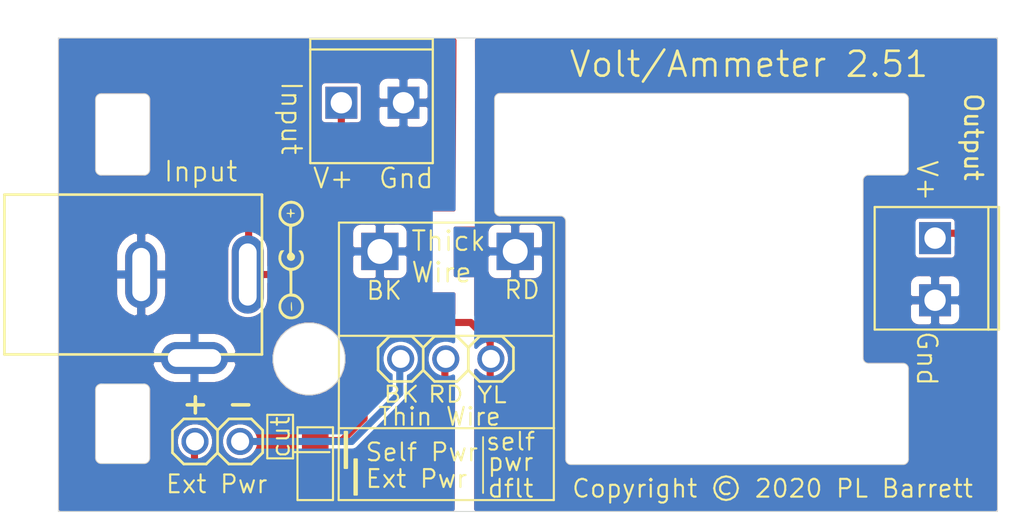
<source format=kicad_pcb>
(kicad_pcb (version 20171130) (host pcbnew "(5.1.6)-1")

  (general
    (thickness 1.6)
    (drawings 83)
    (tracks 32)
    (zones 0)
    (modules 8)
    (nets 6)
  )

  (page A4)
  (layers
    (0 Top signal)
    (31 Bottom signal)
    (32 B.Adhes user)
    (33 F.Adhes user)
    (34 B.Paste user)
    (35 F.Paste user)
    (36 B.SilkS user)
    (37 F.SilkS user)
    (38 B.Mask user)
    (39 F.Mask user)
    (40 Dwgs.User user hide)
    (41 Cmts.User user hide)
    (42 Eco1.User user hide)
    (43 Eco2.User user hide)
    (44 Edge.Cuts user)
    (45 Margin user)
    (46 B.CrtYd user)
    (47 F.CrtYd user)
    (48 B.Fab user hide)
    (49 F.Fab user hide)
  )

  (setup
    (last_trace_width 0.25)
    (user_trace_width 0.254)
    (user_trace_width 0.4)
    (trace_clearance 0.2)
    (zone_clearance 0.508)
    (zone_45_only no)
    (trace_min 0.2)
    (via_size 0.8)
    (via_drill 0.4)
    (via_min_size 0.4)
    (via_min_drill 0.3)
    (uvia_size 0.3)
    (uvia_drill 0.1)
    (uvias_allowed no)
    (uvia_min_size 0.2)
    (uvia_min_drill 0.1)
    (edge_width 0.05)
    (segment_width 0.2)
    (pcb_text_width 0.3)
    (pcb_text_size 1.5 1.5)
    (mod_edge_width 0.12)
    (mod_text_size 1 1)
    (mod_text_width 0.12)
    (pad_size 1 1.5)
    (pad_drill 0)
    (pad_to_mask_clearance 0.05)
    (aux_axis_origin 0 0)
    (grid_origin 126.72865 115.8751)
    (visible_elements 7FFFFFFF)
    (pcbplotparams
      (layerselection 0x010fc_ffffffff)
      (usegerberextensions false)
      (usegerberattributes true)
      (usegerberadvancedattributes true)
      (creategerberjobfile true)
      (excludeedgelayer true)
      (linewidth 0.100000)
      (plotframeref false)
      (viasonmask false)
      (mode 1)
      (useauxorigin false)
      (hpglpennumber 1)
      (hpglpenspeed 20)
      (hpglpendiameter 15.000000)
      (psnegative false)
      (psa4output false)
      (plotreference true)
      (plotvalue true)
      (plotinvisibletext false)
      (padsonsilk false)
      (subtractmaskfromsilk false)
      (outputformat 1)
      (mirror false)
      (drillshape 1)
      (scaleselection 1)
      (outputdirectory ""))
  )

  (net 0 "")
  (net 1 /VCC)
  (net 2 /G)
  (net 3 /GND)
  (net 4 "Net-(J4-Pad1)")
  (net 5 "Net-(J3-Pad3)")

  (net_class Default "This is the default net class."
    (clearance 0.2)
    (trace_width 0.25)
    (via_dia 0.8)
    (via_drill 0.4)
    (uvia_dia 0.3)
    (uvia_drill 0.1)
    (add_net /G)
    (add_net /GND)
    (add_net /VCC)
    (add_net "Net-(J3-Pad3)")
    (add_net "Net-(J4-Pad1)")
  )

  (module symbol:center-pos (layer Top) (tedit 0) (tstamp 5FD42CF8)
    (at 137.77865 104.5751 90)
    (fp_text reference G*** (at 0 0 90) (layer F.SilkS) hide
      (effects (font (size 1.524 1.524) (thickness 0.3)))
    )
    (fp_text value LOGO (at 0.75 0 90) (layer F.SilkS) hide
      (effects (font (size 1.524 1.524) (thickness 0.3)))
    )
    (fp_poly (pts (xy 2.571485 -0.298539) (xy 2.592278 -0.266458) (xy 2.595085 -0.196565) (xy 2.594939 -0.194822)
      (xy 2.586907 -0.1016) (xy 2.703153 -0.1016) (xy 2.780265 -0.096407) (xy 2.815262 -0.079192)
      (xy 2.8194 -0.064961) (xy 2.797101 -0.03719) (xy 2.728416 -0.021966) (xy 2.71145 -0.020511)
      (xy 2.643698 -0.01294) (xy 2.612333 0.004973) (xy 2.602989 0.045719) (xy 2.602145 0.074534)
      (xy 2.593271 0.135893) (xy 2.57337 0.170496) (xy 2.570395 0.171901) (xy 2.548652 0.15684)
      (xy 2.540134 0.09286) (xy 2.54 0.079777) (xy 2.537609 0.015562) (xy 2.52099 -0.015109)
      (xy 2.475969 -0.026687) (xy 2.43205 -0.03029) (xy 2.366088 -0.040391) (xy 2.327903 -0.056553)
      (xy 2.3241 -0.0635) (xy 2.346746 -0.080659) (xy 2.403692 -0.093764) (xy 2.43205 -0.096711)
      (xy 2.499657 -0.103867) (xy 2.530766 -0.12186) (xy 2.53955 -0.165142) (xy 2.54 -0.206778)
      (xy 2.546103 -0.276522) (xy 2.565036 -0.299603) (xy 2.571485 -0.298539)) (layer F.SilkS) (width 0.01))
    (fp_poly (pts (xy -2.533851 -0.048247) (xy -2.45128 -0.040655) (xy -2.418101 -0.028126) (xy -2.417728 -0.023918)
      (xy -2.444326 -0.013668) (xy -2.508055 -0.004261) (xy -2.595244 0.003582) (xy -2.692224 0.009138)
      (xy -2.785326 0.011685) (xy -2.86088 0.010501) (xy -2.905215 0.004863) (xy -2.910465 0.002116)
      (xy -2.921176 -0.02104) (xy -2.896337 -0.036884) (xy -2.831513 -0.046373) (xy -2.722268 -0.050463)
      (xy -2.664884 -0.0508) (xy -2.533851 -0.048247)) (layer F.SilkS) (width 0.01))
    (fp_poly (pts (xy 2.748926 -0.723355) (xy 2.919586 -0.656951) (xy 3.062023 -0.548546) (xy 3.175326 -0.398666)
      (xy 3.185803 -0.379982) (xy 3.253615 -0.206398) (xy 3.27502 -0.028394) (xy 3.252448 0.146062)
      (xy 3.188328 0.309) (xy 3.08509 0.452449) (xy 2.945166 0.568442) (xy 2.886401 0.601881)
      (xy 2.748348 0.651823) (xy 2.590586 0.676967) (xy 2.433418 0.675788) (xy 2.297149 0.64676)
      (xy 2.295787 0.64626) (xy 2.144806 0.565144) (xy 2.012131 0.445119) (xy 1.907605 0.297365)
      (xy 1.841069 0.133063) (xy 1.839829 0.128255) (xy 1.810498 0.0127) (xy 1.094418 0.005952)
      (xy 0.378339 -0.000796) (xy 0.29412 0.088502) (xy 0.226204 0.148881) (xy 0.162174 0.174653)
      (xy 0.121114 0.177799) (xy 0.024137 0.156599) (xy -0.048264 0.100933) (xy -0.091693 0.022704)
      (xy -0.101754 -0.066186) (xy -0.085762 -0.116788) (xy 1.986465 -0.116788) (xy 1.988309 0.038694)
      (xy 2.030427 0.189659) (xy 2.108792 0.326019) (xy 2.219379 0.437688) (xy 2.337559 0.506442)
      (xy 2.394655 0.518978) (xy 2.482838 0.52609) (xy 2.5781 0.526331) (xy 2.682579 0.519153)
      (xy 2.757835 0.50252) (xy 2.825353 0.470038) (xy 2.874017 0.43826) (xy 2.995004 0.326388)
      (xy 3.07626 0.19119) (xy 3.117074 0.041812) (xy 3.116734 -0.112599) (xy 3.074528 -0.262899)
      (xy 2.989742 -0.399941) (xy 2.943151 -0.449563) (xy 2.808329 -0.545907) (xy 2.660552 -0.597844)
      (xy 2.508229 -0.607058) (xy 2.35977 -0.575229) (xy 2.223585 -0.50404) (xy 2.108085 -0.395174)
      (xy 2.028922 -0.2667) (xy 1.986465 -0.116788) (xy -0.085762 -0.116788) (xy -0.074053 -0.153836)
      (xy -0.023452 -0.213643) (xy 0.07224 -0.268205) (xy 0.168315 -0.272089) (xy 0.263127 -0.225282)
      (xy 0.274767 -0.2159) (xy 0.350233 -0.1524) (xy 1.82676 -0.1524) (xy 1.856473 -0.251572)
      (xy 1.923002 -0.395069) (xy 2.028289 -0.528185) (xy 2.160406 -0.637158) (xy 2.22148 -0.672649)
      (xy 2.316199 -0.716316) (xy 2.39834 -0.739218) (xy 2.493281 -0.747098) (xy 2.550955 -0.747231)
      (xy 2.748926 -0.723355)) (layer F.SilkS) (width 0.01))
    (fp_poly (pts (xy 0.160747 -0.748721) (xy 0.336951 -0.699896) (xy 0.371223 -0.684385) (xy 0.438615 -0.648221)
      (xy 0.471381 -0.614307) (xy 0.481861 -0.565523) (xy 0.4826 -0.529842) (xy 0.4826 -0.429215)
      (xy 0.40005 -0.4905) (xy 0.255519 -0.569927) (xy 0.105235 -0.603989) (xy -0.043477 -0.596409)
      (xy -0.18329 -0.550908) (xy -0.306878 -0.471209) (xy -0.406917 -0.361035) (xy -0.476078 -0.224108)
      (xy -0.507037 -0.06415) (xy -0.508 -0.029117) (xy -0.484939 0.115773) (xy -0.421389 0.258348)
      (xy -0.325807 0.382678) (xy -0.258883 0.440255) (xy -0.132899 0.503282) (xy 0.01361 0.533073)
      (xy 0.162591 0.52816) (xy 0.295992 0.487076) (xy 0.298929 0.485594) (xy 0.364997 0.448286)
      (xy 0.410216 0.416129) (xy 0.418875 0.406762) (xy 0.448714 0.380489) (xy 0.471764 0.399491)
      (xy 0.482417 0.458257) (xy 0.4826 0.469383) (xy 0.476969 0.526889) (xy 0.451884 0.566226)
      (xy 0.395055 0.603971) (xy 0.37465 0.614994) (xy 0.24602 0.659659) (xy 0.093152 0.676774)
      (xy -0.065707 0.666641) (xy -0.212311 0.62956) (xy -0.268987 0.60439) (xy -0.422809 0.499049)
      (xy -0.543188 0.365023) (xy -0.623523 0.210743) (xy -0.64835 0.119772) (xy -0.666054 0.0254)
      (xy -1.9558 0.0254) (xy -1.956049 0.08255) (xy -1.978295 0.191103) (xy -2.03808 0.308925)
      (xy -2.126275 0.425207) (xy -2.233756 0.529139) (xy -2.351395 0.609914) (xy -2.431634 0.645792)
      (xy -2.551551 0.672863) (xy -2.687244 0.682721) (xy -2.814059 0.674451) (xy -2.870365 0.662067)
      (xy -3.048394 0.583124) (xy -3.197533 0.465642) (xy -3.311138 0.315018) (xy -3.32198 0.295141)
      (xy -3.370636 0.160562) (xy -3.387559 0.04073) (xy -3.243267 0.04073) (xy -3.201307 0.189486)
      (xy -3.117643 0.325129) (xy -2.993813 0.440112) (xy -2.921484 0.485247) (xy -2.810303 0.522091)
      (xy -2.675735 0.531997) (xy -2.536694 0.516155) (xy -2.412095 0.475755) (xy -2.366476 0.450344)
      (xy -2.242867 0.346067) (xy -2.162322 0.222008) (xy -2.120524 0.070312) (xy -2.113142 -0.010409)
      (xy -2.110755 -0.110213) (xy -2.118232 -0.180748) (xy -2.140646 -0.243316) (xy -2.183071 -0.319223)
      (xy -2.189053 -0.329097) (xy -2.294494 -0.45896) (xy -2.423536 -0.54927) (xy -2.567687 -0.599288)
      (xy -2.718455 -0.608273) (xy -2.867347 -0.575485) (xy -3.005872 -0.500185) (xy -3.103565 -0.408787)
      (xy -3.195933 -0.265951) (xy -3.241988 -0.113598) (xy -3.243267 0.04073) (xy -3.387559 0.04073)
      (xy -3.392618 0.004913) (xy -3.38762 -0.153287) (xy -3.355334 -0.295516) (xy -3.332638 -0.347821)
      (xy -3.22475 -0.504175) (xy -3.087297 -0.624736) (xy -2.928057 -0.706874) (xy -2.754804 -0.74796)
      (xy -2.575316 -0.745364) (xy -2.39737 -0.696456) (xy -2.356505 -0.677902) (xy -2.199022 -0.5747)
      (xy -2.076408 -0.439493) (xy -1.994769 -0.279192) (xy -1.989035 -0.261864) (xy -1.946523 -0.127)
      (xy -1.303462 -0.127) (xy -1.100268 -0.127459) (xy -0.942739 -0.129016) (xy -0.825745 -0.131943)
      (xy -0.744159 -0.136512) (xy -0.692851 -0.142993) (xy -0.666692 -0.151659) (xy -0.6604 -0.161044)
      (xy -0.649616 -0.199797) (xy -0.621349 -0.268598) (xy -0.581935 -0.35211) (xy -0.478064 -0.507723)
      (xy -0.343994 -0.627933) (xy -0.187592 -0.709998) (xy -0.016723 -0.751174) (xy 0.160747 -0.748721)) (layer F.SilkS) (width 0.01))
  )

  (module Jumpers:SolderJumper-3_P1.3mm_Open_Pad1.0x1.5mm (layer Top) (tedit 5FC2EE33) (tstamp 5FC30808)
    (at 139.0969 116.1002 90)
    (descr "SMD Solder 3-pad Jumper, 1x1.5mm Pads, 0.3mm gap, open")
    (tags "solder jumper open")
    (path /60025DA9)
    (attr virtual)
    (fp_text reference JP1 (at 0 -1.8 90) (layer F.SilkS) hide
      (effects (font (size 1 1) (thickness 0.15)))
    )
    (fp_text value JUMPER-SMT_3_NO_NO-SILK (at 0 2 90) (layer F.Fab)
      (effects (font (size 1 1) (thickness 0.15)))
    )
    (fp_line (start -2.05 1) (end -2.05 -1) (layer F.SilkS) (width 0.12))
    (fp_line (start 2.05 1) (end -2.05 1) (layer F.SilkS) (width 0.12))
    (fp_line (start 2.05 -1) (end 2.05 1) (layer F.SilkS) (width 0.12))
    (fp_line (start -2.05 -1) (end 2.05 -1) (layer F.SilkS) (width 0.12))
    (fp_line (start -2.3 -1.25) (end 2.3 -1.25) (layer F.CrtYd) (width 0.05))
    (fp_line (start -2.3 -1.25) (end -2.3 1.25) (layer F.CrtYd) (width 0.05))
    (fp_line (start 2.3 1.25) (end 2.3 -1.25) (layer F.CrtYd) (width 0.05))
    (fp_line (start 2.3 1.25) (end -2.3 1.25) (layer F.CrtYd) (width 0.05))
    (pad 1 smd rect (at -1.3 0 90) (size 1 1.5) (layers Top F.Mask)
      (net 4 "Net-(J4-Pad1)"))
    (pad 2 smd rect (at 0 0 90) (size 1 1.5) (layers Top F.Mask)
      (net 1 /VCC))
    (pad 3 smd rect (at 1.3 0 90) (size 1 1.5) (layers Top F.Mask)
      (net 1 /VCC))
  )

  (module phils-connectors:T35-2 (layer Top) (tedit 5FC2CE77) (tstamp 5FBAFFCE)
    (at 173.9969 105.1502 90)
    (path /5FBB1709)
    (fp_text reference J5 (at -3.5 -3.5 90) (layer F.SilkS) hide
      (effects (font (size 1.2065 1.2065) (thickness 0.1016)) (justify left bottom))
    )
    (fp_text value Screw_Terminal_01x02 (at 0 0 90) (layer F.SilkS) hide
      (effects (font (size 1.27 1.27) (thickness 0.15)))
    )
    (fp_line (start 3.5 3) (end -3.4 3) (layer F.SilkS) (width 0.127))
    (fp_line (start 3.5 3) (end 3.5 -3.4) (layer F.SilkS) (width 0.127))
    (fp_line (start 3.5 3.6) (end 3.5 3) (layer F.SilkS) (width 0.127))
    (fp_line (start -3.4 3.6) (end 3.5 3.6) (layer F.SilkS) (width 0.127))
    (fp_line (start -3.4 3) (end -3.4 3.6) (layer F.SilkS) (width 0.127))
    (fp_line (start -3.4 -3.4) (end -3.4 3) (layer F.SilkS) (width 0.127))
    (fp_line (start 3.5 -3.4) (end -3.4 -3.4) (layer F.SilkS) (width 0.127))
    (fp_line (start -3.2766 2.9972) (end -3.2766 -3.3782) (layer F.CrtYd) (width 0.12))
    (fp_line (start -3.2766 -3.3782) (end 3.4036 -3.3528) (layer F.CrtYd) (width 0.12))
    (fp_line (start 3.4036 -3.3528) (end 3.3909 2.9591) (layer F.CrtYd) (width 0.12))
    (fp_line (start 3.3909 2.9591) (end -3.2766 2.9972) (layer F.CrtYd) (width 0.12))
    (pad 2 thru_hole rect (at -1.75 0 90) (size 1.8 1.8) (drill 1.2) (layers *.Cu *.Mask)
      (net 3 /GND) (solder_mask_margin 0.0635))
    (pad 1 thru_hole rect (at 1.75 0 90) (size 1.8 1.8) (drill 1.2) (layers *.Cu *.Mask)
      (net 1 /VCC) (solder_mask_margin 0.0635))
  )

  (module phils-connectors:T35-2 (layer Top) (tedit 5FC2CE77) (tstamp 5FC18BFC)
    (at 142.31615 95.7776 180)
    (path /5FBB0881)
    (fp_text reference J1 (at -3.5 -3.5) (layer F.SilkS) hide
      (effects (font (size 1.2065 1.2065) (thickness 0.1016)) (justify right bottom))
    )
    (fp_text value Screw_Terminal_01x02 (at 0 0) (layer F.SilkS) hide
      (effects (font (size 1.27 1.27) (thickness 0.15)))
    )
    (fp_line (start 3.5 3) (end -3.4 3) (layer F.SilkS) (width 0.127))
    (fp_line (start 3.5 3) (end 3.5 -3.4) (layer F.SilkS) (width 0.127))
    (fp_line (start 3.5 3.6) (end 3.5 3) (layer F.SilkS) (width 0.127))
    (fp_line (start -3.4 3.6) (end 3.5 3.6) (layer F.SilkS) (width 0.127))
    (fp_line (start -3.4 3) (end -3.4 3.6) (layer F.SilkS) (width 0.127))
    (fp_line (start -3.4 -3.4) (end -3.4 3) (layer F.SilkS) (width 0.127))
    (fp_line (start 3.5 -3.4) (end -3.4 -3.4) (layer F.SilkS) (width 0.127))
    (fp_line (start -3.2766 2.9972) (end -3.2766 -3.3782) (layer F.CrtYd) (width 0.12))
    (fp_line (start -3.2766 -3.3782) (end 3.4036 -3.3528) (layer F.CrtYd) (width 0.12))
    (fp_line (start 3.4036 -3.3528) (end 3.3909 2.9591) (layer F.CrtYd) (width 0.12))
    (fp_line (start 3.3909 2.9591) (end -3.2766 2.9972) (layer F.CrtYd) (width 0.12))
    (pad 2 thru_hole rect (at -1.75 0 180) (size 1.8 1.8) (drill 1.2) (layers *.Cu *.Mask)
      (net 2 /G) (solder_mask_margin 0.0635))
    (pad 1 thru_hole rect (at 1.75 0 180) (size 1.8 1.8) (drill 1.2) (layers *.Cu *.Mask)
      (net 1 /VCC) (solder_mask_margin 0.0635))
  )

  (module phils-connectors:LG-2-PIN (layer Top) (tedit 5FC2CE0C) (tstamp 5FC2A575)
    (at 146.5469 104.1502 180)
    (path /5FFF4D9D)
    (fp_text reference J6 (at -2.54 -2.54) (layer F.SilkS) hide
      (effects (font (size 0.9652 0.9652) (thickness 0.08128)) (justify left top))
    )
    (fp_text value Conn_01x02 (at 0 0) (layer F.SilkS) hide
      (effects (font (size 1.27 1.27) (thickness 0.15)) (justify left top))
    )
    (fp_line (start -5.0038 -1.1938) (end -2.5527 -1.1938) (layer F.CrtYd) (width 0.12))
    (fp_line (start -2.5527 -1.1938) (end -2.5527 1.1938) (layer F.CrtYd) (width 0.12))
    (fp_line (start -2.5527 1.1938) (end -5.0292 1.1938) (layer F.CrtYd) (width 0.12))
    (fp_line (start -5.0292 1.1938) (end -5.0038 -1.1938) (layer F.CrtYd) (width 0.12))
    (fp_line (start 2.6035 -1.2192) (end 5.0927 -1.2319) (layer F.CrtYd) (width 0.12))
    (fp_line (start 5.0927 -1.2319) (end 5.08 1.2192) (layer F.CrtYd) (width 0.12))
    (fp_line (start 5.08 1.2192) (end 2.6035 1.2065) (layer F.CrtYd) (width 0.12))
    (fp_line (start 2.6035 1.2065) (end 2.6035 -1.2192) (layer F.CrtYd) (width 0.12))
    (pad 2 thru_hole rect (at 3.81 0 180) (size 2.1 2.1) (drill 1.4) (layers *.Cu *.Mask)
      (net 2 /G) (solder_mask_margin 0.1016))
    (pad 1 thru_hole rect (at -3.81 0 180) (size 2.1 2.1) (drill 1.4) (layers *.Cu *.Mask)
      (net 3 /GND) (solder_mask_margin 0.1016))
  )

  (module phils-connectors:1X03 (layer Top) (tedit 5FC2CB40) (tstamp 5FC2A552)
    (at 146.4469 110.2002 180)
    (descr "<b>PIN HEADER</b>")
    (path /5FFF19A8)
    (fp_text reference J3 (at -3.8862 -1.8288) (layer F.SilkS) hide
      (effects (font (size 1.2065 1.2065) (thickness 0.127)) (justify left top))
    )
    (fp_text value Conn_01x03 (at -3.81 3.175) (layer F.Fab) hide
      (effects (font (size 1.2065 1.2065) (thickness 0.1016)) (justify left top))
    )
    (fp_line (start -3.175 -1.27) (end -1.905 -1.27) (layer F.SilkS) (width 0.1524))
    (fp_line (start -1.905 -1.27) (end -1.27 -0.635) (layer F.SilkS) (width 0.1524))
    (fp_line (start -1.27 -0.635) (end -1.27 0.635) (layer F.SilkS) (width 0.1524))
    (fp_line (start -1.27 0.635) (end -1.905 1.27) (layer F.SilkS) (width 0.1524))
    (fp_line (start -1.27 -0.635) (end -0.635 -1.27) (layer F.SilkS) (width 0.1524))
    (fp_line (start -0.635 -1.27) (end 0.635 -1.27) (layer F.SilkS) (width 0.1524))
    (fp_line (start 0.635 -1.27) (end 1.27 -0.635) (layer F.SilkS) (width 0.1524))
    (fp_line (start 1.27 -0.635) (end 1.27 0.635) (layer F.SilkS) (width 0.1524))
    (fp_line (start 1.27 0.635) (end 0.635 1.27) (layer F.SilkS) (width 0.1524))
    (fp_line (start 0.635 1.27) (end -0.635 1.27) (layer F.SilkS) (width 0.1524))
    (fp_line (start -0.635 1.27) (end -1.27 0.635) (layer F.SilkS) (width 0.1524))
    (fp_line (start -3.81 -0.635) (end -3.81 0.635) (layer F.SilkS) (width 0.1524))
    (fp_line (start -3.175 -1.27) (end -3.81 -0.635) (layer F.SilkS) (width 0.1524))
    (fp_line (start -3.81 0.635) (end -3.175 1.27) (layer F.SilkS) (width 0.1524))
    (fp_line (start -1.905 1.27) (end -3.175 1.27) (layer F.SilkS) (width 0.1524))
    (fp_line (start 1.27 -0.635) (end 1.905 -1.27) (layer F.SilkS) (width 0.1524))
    (fp_line (start 1.905 -1.27) (end 3.175 -1.27) (layer F.SilkS) (width 0.1524))
    (fp_line (start 3.175 -1.27) (end 3.81 -0.635) (layer F.SilkS) (width 0.1524))
    (fp_line (start 3.81 -0.635) (end 3.81 0.635) (layer F.SilkS) (width 0.1524))
    (fp_line (start 3.81 0.635) (end 3.175 1.27) (layer F.SilkS) (width 0.1524))
    (fp_line (start 3.175 1.27) (end 1.905 1.27) (layer F.SilkS) (width 0.1524))
    (fp_line (start 1.905 1.27) (end 1.27 0.635) (layer F.SilkS) (width 0.1524))
    (fp_poly (pts (xy -0.254 0.254) (xy 0.254 0.254) (xy 0.254 -0.254) (xy -0.254 -0.254)) (layer F.Fab) (width 0))
    (fp_poly (pts (xy -2.794 0.254) (xy -2.286 0.254) (xy -2.286 -0.254) (xy -2.794 -0.254)) (layer F.Fab) (width 0))
    (fp_poly (pts (xy 2.286 0.254) (xy 2.794 0.254) (xy 2.794 -0.254) (xy 2.286 -0.254)) (layer F.Fab) (width 0))
    (fp_line (start -3.7973 -0.635) (end -3.175 -1.27) (layer F.CrtYd) (width 0.12))
    (fp_line (start -3.175 -1.27) (end 3.175 -1.27) (layer F.CrtYd) (width 0.12))
    (fp_line (start 3.175 -1.27) (end 3.81 -0.635) (layer F.CrtYd) (width 0.12))
    (fp_line (start 3.81 -0.635) (end 3.81 0.635) (layer F.CrtYd) (width 0.12))
    (fp_line (start 3.81 0.635) (end 3.175 1.27) (layer F.CrtYd) (width 0.12))
    (fp_line (start 3.175 1.27) (end -3.175 1.27) (layer F.CrtYd) (width 0.12))
    (fp_line (start -3.175 1.27) (end -3.81 0.635) (layer F.CrtYd) (width 0.12))
    (fp_line (start -3.81 0.635) (end -3.81 -0.6223) (layer F.CrtYd) (width 0.12))
    (fp_line (start -3.81 -0.6223) (end -3.7973 -0.635) (layer F.CrtYd) (width 0.12))
    (pad 3 thru_hole circle (at 2.54 0 270) (size 1.524 1.524) (drill 1.016) (layers *.Cu *.Mask)
      (net 5 "Net-(J3-Pad3)") (solder_mask_margin 0.0635))
    (pad 2 thru_hole circle (at 0 0 270) (size 1.524 1.524) (drill 1.016) (layers *.Cu *.Mask)
      (net 1 /VCC) (solder_mask_margin 0.0635))
    (pad 1 thru_hole circle (at -2.54 0 270) (size 1.524 1.524) (drill 1.016) (layers *.Cu *.Mask)
      (net 1 /VCC) (solder_mask_margin 0.0635))
  )

  (module phils-connectors:1X02 (layer Top) (tedit 5FC2CAF4) (tstamp 5FC2A563)
    (at 133.5969 114.8502)
    (descr "<b>PIN HEADER</b>")
    (path /5FFF452B)
    (fp_text reference J4 (at -2.6162 -1.8288) (layer F.SilkS) hide
      (effects (font (size 1.2065 1.2065) (thickness 0.127)) (justify right top))
    )
    (fp_text value Conn_01x02 (at -2.54 3.175 180) (layer F.Fab)
      (effects (font (size 1.2065 1.2065) (thickness 0.09652)) (justify left bottom))
    )
    (fp_line (start -1.905 -1.27) (end -0.635 -1.27) (layer F.SilkS) (width 0.1524))
    (fp_line (start -0.635 -1.27) (end 0 -0.635) (layer F.SilkS) (width 0.1524))
    (fp_line (start 0 -0.635) (end 0 0.635) (layer F.SilkS) (width 0.1524))
    (fp_line (start 0 0.635) (end -0.635 1.27) (layer F.SilkS) (width 0.1524))
    (fp_line (start -2.54 -0.635) (end -2.54 0.635) (layer F.SilkS) (width 0.1524))
    (fp_line (start -1.905 -1.27) (end -2.54 -0.635) (layer F.SilkS) (width 0.1524))
    (fp_line (start -2.54 0.635) (end -1.905 1.27) (layer F.SilkS) (width 0.1524))
    (fp_line (start -0.635 1.27) (end -1.905 1.27) (layer F.SilkS) (width 0.1524))
    (fp_line (start 0 -0.635) (end 0.635 -1.27) (layer F.SilkS) (width 0.1524))
    (fp_line (start 0.635 -1.27) (end 1.905 -1.27) (layer F.SilkS) (width 0.1524))
    (fp_line (start 1.905 -1.27) (end 2.54 -0.635) (layer F.SilkS) (width 0.1524))
    (fp_line (start 2.54 -0.635) (end 2.54 0.635) (layer F.SilkS) (width 0.1524))
    (fp_line (start 2.54 0.635) (end 1.905 1.27) (layer F.SilkS) (width 0.1524))
    (fp_line (start 1.905 1.27) (end 0.635 1.27) (layer F.SilkS) (width 0.1524))
    (fp_line (start 0.635 1.27) (end 0 0.635) (layer F.SilkS) (width 0.1524))
    (fp_poly (pts (xy -1.524 0.254) (xy -1.016 0.254) (xy -1.016 -0.254) (xy -1.524 -0.254)) (layer F.Fab) (width 0))
    (fp_poly (pts (xy 1.016 0.254) (xy 1.524 0.254) (xy 1.524 -0.254) (xy 1.016 -0.254)) (layer F.Fab) (width 0))
    (fp_line (start -2.54 -0.635) (end -1.905 -1.2827) (layer F.CrtYd) (width 0.12))
    (fp_line (start -1.905 -1.2827) (end 1.905 -1.2827) (layer F.CrtYd) (width 0.12))
    (fp_line (start 1.905 -1.2827) (end 2.54 -0.635) (layer F.CrtYd) (width 0.12))
    (fp_line (start 2.54 -0.635) (end 2.54 0.6223) (layer F.CrtYd) (width 0.12))
    (fp_line (start 2.54 0.6223) (end 1.905 1.27) (layer F.CrtYd) (width 0.12))
    (fp_line (start 1.905 1.27) (end -1.905 1.27) (layer F.CrtYd) (width 0.12))
    (fp_line (start -1.905 1.27) (end -2.5273 0.6477) (layer F.CrtYd) (width 0.12))
    (fp_line (start -2.5273 0.6477) (end -2.54 -0.635) (layer F.CrtYd) (width 0.12))
    (pad 2 thru_hole circle (at 1.27 0 90) (size 1.524 1.524) (drill 1.016) (layers *.Cu *.Mask)
      (net 5 "Net-(J3-Pad3)") (solder_mask_margin 0.0635))
    (pad 1 thru_hole circle (at -1.27 0 90) (size 1.524 1.524) (drill 1.016) (layers *.Cu *.Mask)
      (net 4 "Net-(J4-Pad1)") (solder_mask_margin 0.0635))
  )

  (module phils-connectors:DC_Conn_PJ-002A (layer Top) (tedit 5FC1C8AC) (tstamp 5FC1CE22)
    (at 121.5969 105.4502)
    (path /5FFC3DC2)
    (fp_text reference J2 (at 5 5.5) (layer F.SilkS) hide
      (effects (font (size 1 1) (thickness 0.15)))
    )
    (fp_text value Barrel_Jack (at 7 -3) (layer F.Fab)
      (effects (font (size 1 1) (thickness 0.15)))
    )
    (fp_line (start 0 4.5) (end 14.5 4.5) (layer F.SilkS) (width 0.15))
    (fp_line (start 14.5 4.5) (end 14.5 -4.5) (layer F.SilkS) (width 0.15))
    (fp_line (start 14.5 -4.5) (end 0 -4.5) (layer F.SilkS) (width 0.15))
    (fp_line (start 0 -4.5) (end 0 4.5) (layer F.SilkS) (width 0.15))
    (fp_line (start 0 4.5) (end 14.5 4.5) (layer F.CrtYd) (width 0.12))
    (fp_line (start 14.5 4.5) (end 14.5 -4.5) (layer F.CrtYd) (width 0.12))
    (fp_line (start 14.5 -4.5) (end 0 -4.5) (layer F.CrtYd) (width 0.12))
    (fp_line (start 0 -4.5) (end 0 4.5) (layer F.CrtYd) (width 0.12))
    (pad 3 thru_hole oval (at 10.7 4.7) (size 3.8 1.8) (drill oval 3 1) (layers *.Cu *.Mask)
      (net 2 /G))
    (pad 2 thru_hole oval (at 7.7 0) (size 1.8 3.8) (drill oval 1 3) (layers *.Cu *.Mask)
      (net 2 /G))
    (pad 1 thru_hole oval (at 13.7 0) (size 1.8 4.4) (drill oval 1 3.5) (layers *.Cu *.Mask)
      (net 1 /VCC))
  )

  (gr_text "Copyright © 2020 PL Barrett" (at 164.8469 117.5002) (layer F.SilkS)
    (effects (font (size 1 1) (thickness 0.12)))
  )
  (gr_line (start 148.5469 114.6002) (end 148.5469 117.7502) (layer F.SilkS) (width 0.1))
  (gr_text dflt (at 150.0969 117.5002) (layer F.SilkS)
    (effects (font (size 1 1) (thickness 0.12)))
  )
  (gr_text pwr (at 150.0969 116.0002) (layer F.SilkS)
    (effects (font (size 1 1) (thickness 0.12)))
  )
  (gr_text self (at 150.0969 114.8502) (layer F.SilkS)
    (effects (font (size 1 1) (thickness 0.12)))
  )
  (gr_line (start 137.8469 115.8002) (end 137.8469 114.9502) (layer F.SilkS) (width 0.12) (tstamp 5FC30B8C))
  (gr_line (start 136.3969 115.8002) (end 137.8469 115.8002) (layer F.SilkS) (width 0.12))
  (gr_line (start 136.3969 113.3502) (end 136.3969 115.8002) (layer F.SilkS) (width 0.12) (tstamp 5FC30DC3))
  (gr_line (start 137.8469 113.3502) (end 136.3969 113.3502) (layer F.SilkS) (width 0.12))
  (gr_line (start 137.8469 114.9502) (end 137.8469 113.3502) (layer F.SilkS) (width 0.12))
  (gr_text cut (at 137.1469 114.6002 90) (layer F.SilkS)
    (effects (font (size 1 1) (thickness 0.12)))
  )
  (gr_line (start 139.8969 115.4502) (end 137.8469 115.4502) (layer F.SilkS) (width 0.12))
  (gr_poly (pts (xy 141.4469 117.8502) (xy 141.2969 117.8502) (xy 141.2969 115.8502) (xy 141.4469 115.8502)) (layer F.SilkS) (width 0.1))
  (gr_poly (pts (xy 140.8969 116.3502) (xy 140.7469 116.3502) (xy 140.7469 114.3002) (xy 140.8969 114.3002)) (layer F.SilkS) (width 0.1))
  (gr_line (start 140.4469 114.1002) (end 152.5469 114.1002) (layer F.SilkS) (width 0.12))
  (gr_text - (at 134.8969 112.7002) (layer F.SilkS)
    (effects (font (size 1.2 1.2) (thickness 0.2)))
  )
  (gr_text + (at 132.3469 112.7002) (layer F.SilkS)
    (effects (font (size 1.2 1.2) (thickness 0.2)))
  )
  (gr_text "Ext Pwr" (at 133.5469 117.2502) (layer F.SilkS)
    (effects (font (size 1 1) (thickness 0.12)))
  )
  (gr_text "Ext Pwr" (at 144.7969 116.9502) (layer F.SilkS)
    (effects (font (size 1 1) (thickness 0.12)))
  )
  (gr_text "Self Pwr" (at 145.0969 115.4502) (layer F.SilkS)
    (effects (font (size 1 1) (thickness 0.12)))
  )
  (gr_text BK (at 143.9469 112.2002) (layer F.SilkS)
    (effects (font (size 0.9 1) (thickness 0.12)))
  )
  (gr_circle (center 138.7469 110.2002) (end 140.769275 110.2002) (layer Edge.Cuts) (width 0.05) (tstamp 5FD429CF))
  (gr_arc (start 152.8969 102.4502) (end 153.1969 102.4502) (angle -90) (layer Edge.Cuts) (width 0.05))
  (gr_arc (start 149.4969 101.8502) (end 149.1969 101.8502) (angle -90) (layer Edge.Cuts) (width 0.05))
  (gr_line (start 152.8969 102.1502) (end 149.4969 102.1502) (layer Edge.Cuts) (width 0.05))
  (gr_line (start 149.1969 95.5502) (end 149.1969 101.8502) (layer Edge.Cuts) (width 0.05))
  (gr_arc (start 149.4969 95.5502) (end 149.4969 95.2502) (angle -90) (layer Edge.Cuts) (width 0.05))
  (gr_arc (start 153.4969 115.8502) (end 153.1969 115.8502) (angle -90) (layer Edge.Cuts) (width 0.05))
  (gr_arc (start 172.1969 115.8502) (end 172.1969 116.1502) (angle -90) (layer Edge.Cuts) (width 0.05))
  (gr_line (start 172.4969 110.7502) (end 172.4969 115.8502) (layer Edge.Cuts) (width 0.05))
  (gr_arc (start 172.1969 95.5502) (end 172.4969 95.5502) (angle -90) (layer Edge.Cuts) (width 0.05))
  (gr_line (start 172.4969 99.5502) (end 172.4969 95.5502) (layer Edge.Cuts) (width 0.05))
  (gr_arc (start 172.1969 99.5502) (end 172.1969 99.8502) (angle -90) (layer Edge.Cuts) (width 0.05))
  (gr_line (start 170.2469 99.8502) (end 172.1969 99.8502) (layer Edge.Cuts) (width 0.05))
  (gr_arc (start 170.2469 100.1502) (end 170.2469 99.8502) (angle -90) (layer Edge.Cuts) (width 0.05))
  (gr_arc (start 170.2469 110.1502) (end 169.9469 110.1502) (angle -90) (layer Edge.Cuts) (width 0.05))
  (gr_arc (start 172.1969 110.7502) (end 172.4969 110.7502) (angle -90) (layer Edge.Cuts) (width 0.05))
  (gr_line (start 170.2469 110.4502) (end 172.1969 110.4502) (layer Edge.Cuts) (width 0.05))
  (gr_line (start 169.9469 100.1502) (end 169.9469 110.1502) (layer Edge.Cuts) (width 0.05) (tstamp 100CB330))
  (gr_line (start 152.5323 118.1502) (end 152.5323 108.95) (layer F.SilkS) (width 0.12) (tstamp 5FC1FBCE))
  (gr_line (start 140.41615 118.1502) (end 152.5323 118.1502) (layer F.SilkS) (width 0.12))
  (gr_line (start 140.4323 110.25) (end 140.41615 118.1502) (layer F.SilkS) (width 0.12))
  (gr_text Input (at 132.6469 99.6502) (layer F.SilkS) (tstamp 5FC1DC34)
    (effects (font (size 1.1 1.1) (thickness 0.12)))
  )
  (gr_line (start 152.5323 108.95) (end 152.5323 102.5264) (layer F.SilkS) (width 0.12) (tstamp 5FC1D5AC))
  (gr_line (start 140.4323 108.9002) (end 152.4969 108.9002) (layer F.SilkS) (width 0.12))
  (gr_line (start 140.4323 102.5264) (end 140.4323 110.25) (layer F.SilkS) (width 0.12))
  (gr_line (start 152.4323 102.5264) (end 140.4323 102.5264) (layer F.SilkS) (width 0.12))
  (gr_text RD (at 150.74 106.3182) (layer F.SilkS)
    (effects (font (size 1 1) (thickness 0.12)))
  )
  (gr_text BK (at 142.9803 106.3563) (layer F.SilkS)
    (effects (font (size 1 1) (thickness 0.12)))
  )
  (gr_text "Thick\nWire" (at 144.42865 105.9751) (layer F.SilkS) (tstamp 106C6DC0)
    (effects (font (size 1.1 1.1) (thickness 0.12)) (justify left bottom))
  )
  (gr_text YL (at 149.0469 112.23) (layer F.SilkS)
    (effects (font (size 0.9 1) (thickness 0.12)))
  )
  (gr_text RD (at 146.4469 112.2002) (layer F.SilkS)
    (effects (font (size 0.9 1) (thickness 0.12)))
  )
  (gr_text "Thin Wire" (at 146.0969 113.4502) (layer F.SilkS)
    (effects (font (size 1 1) (thickness 0.12)))
  )
  (gr_text V+ (at 173.5397 100.1718 270) (layer F.SilkS) (tstamp 5FC18F47)
    (effects (font (size 1.1 1.1) (thickness 0.12)))
  )
  (gr_text Gnd (at 173.5397 110.1794 270) (layer F.SilkS) (tstamp 5FC18F46)
    (effects (font (size 1.1 1.1) (thickness 0.12)))
  )
  (gr_text Gnd (at 144.21615 100.03) (layer F.SilkS)
    (effects (font (size 1.1 1.1) (thickness 0.12)))
  )
  (gr_text V+ (at 140.11615 100.03) (layer F.SilkS)
    (effects (font (size 1.1 1.1) (thickness 0.12)))
  )
  (gr_text Output (at 176.1559 97.708 270) (layer F.SilkS)
    (effects (font (size 1 1) (thickness 0.15)))
  )
  (gr_text Input (at 137.7511 96.6412 270) (layer F.SilkS)
    (effects (font (size 1.1 1.1) (thickness 0.12)))
  )
  (gr_line (start 127.04615 116.0926) (end 129.45915 116.0926) (layer Edge.Cuts) (width 0.05) (tstamp 100CA890))
  (gr_arc (start 127.04615 95.5866) (end 127.04615 95.2691) (angle -90) (layer Edge.Cuts) (width 0.05) (tstamp 100CA570))
  (gr_arc (start 129.45915 95.5866) (end 129.77665 95.5866) (angle -90) (layer Edge.Cuts) (width 0.05) (tstamp 100CB970))
  (gr_line (start 124.6323 118.79) (end 177.51615 118.79) (layer Edge.Cuts) (width 0.05) (tstamp 100CBAB0))
  (gr_line (start 177.51615 118.79) (end 177.51615 92.13) (layer Edge.Cuts) (width 0.05) (tstamp 100CA070))
  (gr_line (start 177.51615 92.13) (end 124.6323 92.13) (layer Edge.Cuts) (width 0.05) (tstamp 100CA7F0))
  (gr_line (start 124.6323 92.13) (end 124.6323 118.79) (layer Edge.Cuts) (width 0.05) (tstamp 100CBB50))
  (gr_line (start 129.45915 95.2691) (end 127.04615 95.2691) (layer Edge.Cuts) (width 0.05) (tstamp 100CA250))
  (gr_line (start 126.72865 95.5866) (end 126.72865 99.5375) (layer Edge.Cuts) (width 0.05) (tstamp 100CA2F0))
  (gr_line (start 126.72865 111.9313) (end 126.72865 115.7751) (layer Edge.Cuts) (width 0.05) (tstamp 100CA390))
  (gr_line (start 129.45915 99.8561) (end 127.04615 99.855) (layer Edge.Cuts) (width 0.05) (tstamp 100CA930))
  (gr_line (start 127.04615 111.6138) (end 129.45915 111.6149) (layer Edge.Cuts) (width 0.05) (tstamp 5FC20E2A))
  (gr_arc (start 127.04615 99.5375) (end 126.72865 99.5375) (angle -90) (layer Edge.Cuts) (width 0.05) (tstamp 100CABB0))
  (gr_arc (start 127.04615 115.7751) (end 126.72865 115.7751) (angle -90) (layer Edge.Cuts) (width 0.05) (tstamp 100CAC50))
  (gr_arc (start 127.04615 111.9313) (end 127.04615 111.6138) (angle -90) (layer Edge.Cuts) (width 0.05) (tstamp 5FC20E27))
  (gr_arc (start 129.45915 115.7751) (end 129.77665 115.7751) (angle 90) (layer Edge.Cuts) (width 0.05) (tstamp 100CBD30))
  (gr_line (start 129.77665 95.5866) (end 129.77665 99.5386) (layer Edge.Cuts) (width 0.05) (tstamp 100CACF0))
  (gr_arc (start 129.45915 99.5386) (end 129.77665 99.5386) (angle 90) (layer Edge.Cuts) (width 0.05) (tstamp 100CAE30))
  (gr_line (start 129.77665 115.7751) (end 129.77665 111.9324) (layer Edge.Cuts) (width 0.05) (tstamp 100CAF70))
  (gr_arc (start 129.45915 111.9324) (end 129.77665 111.9324) (angle -90) (layer Edge.Cuts) (width 0.05) (tstamp 5FC20E24))
  (gr_line (start 153.1969 102.4502) (end 153.1969 115.8502) (layer Edge.Cuts) (width 0.05) (tstamp 5FC208E7))
  (gr_line (start 172.1969 95.2502) (end 149.4969 95.2502) (layer Edge.Cuts) (width 0.05) (tstamp 100CB150))
  (gr_line (start 172.1969 116.1502) (end 153.4969 116.1502) (layer Edge.Cuts) (width 0.05) (tstamp 100CB5B0))
  (gr_text "Volt/Ammeter 2.51" (at 163.51615 94.43) (layer F.SilkS) (tstamp 106C5560)
    (effects (font (size 1.4 1.4) (thickness 0.15)) (justify bottom))
  )

  (segment (start 140.56615 97.38095) (end 135.3469 102.6002) (width 0.4) (layer Top) (net 1))
  (segment (start 140.56615 95.7776) (end 140.56615 97.38095) (width 0.4) (layer Top) (net 1))
  (segment (start 139.1469 105.4502) (end 141.8469 108.1502) (width 0.4) (layer Top) (net 1))
  (segment (start 135.3469 102.6002) (end 135.3469 105.4502) (width 0.4) (layer Top) (net 1))
  (segment (start 135.3469 105.4502) (end 139.1469 105.4502) (width 0.4) (layer Top) (net 1))
  (segment (start 175.7698 103.7455) (end 175.1501 103.1258) (width 0.4) (layer Top) (net 1))
  (segment (start 175.7698 116.0518) (end 175.7698 103.7455) (width 0.4) (layer Top) (net 1))
  (segment (start 175.1501 103.1258) (end 173.5219 103.1258) (width 0.4) (layer Top) (net 1))
  (segment (start 141.8469 108.1502) (end 147.8469 108.1502) (width 0.4) (layer Top) (net 1))
  (segment (start 174.2762 117.5454) (end 175.7698 116.0518) (width 0.4) (layer Top) (net 1))
  (segment (start 148.9469 109.2502) (end 148.9469 114.7002) (width 0.4) (layer Top) (net 1))
  (segment (start 148.9469 114.7002) (end 151.7921 117.5454) (width 0.4) (layer Top) (net 1))
  (segment (start 147.8469 108.1502) (end 148.9469 109.2502) (width 0.4) (layer Top) (net 1))
  (segment (start 151.7921 117.5454) (end 174.2762 117.5454) (width 0.4) (layer Top) (net 1))
  (segment (start 141.8469 112.1002) (end 141.8469 108.1502) (width 0.4) (layer Top) (net 1))
  (segment (start 141.8469 113.5502) (end 141.8469 112.1002) (width 0.4) (layer Top) (net 1))
  (segment (start 139.0969 114.8002) (end 140.5969 114.8002) (width 0.4) (layer Top) (net 1))
  (segment (start 140.5969 114.8002) (end 141.8469 113.5502) (width 0.4) (layer Top) (net 1))
  (segment (start 139.0969 116.1002) (end 139.0969 114.8002) (width 0.4) (layer Top) (net 1))
  (segment (start 139.0969 114.8002) (end 139.0969 114.7502) (width 0.4) (layer Top) (net 1))
  (segment (start 146.3969 112.4502) (end 146.3969 110.2002) (width 0.4) (layer Top) (net 1))
  (segment (start 139.0969 116.1002) (end 142.7469 116.1002) (width 0.4) (layer Top) (net 1))
  (segment (start 142.7469 116.1002) (end 146.3969 112.4502) (width 0.4) (layer Top) (net 1))
  (segment (start 144.2001 95.7776) (end 144.2001 96.1586) (width 0.4) (layer Top) (net 2))
  (segment (start 144.2001 96.1586) (end 144.0823 96.2764) (width 0.4) (layer Top) (net 2))
  (segment (start 144.0503 95.79585) (end 144.11615 95.73) (width 0.4) (layer Top) (net 2))
  (segment (start 132.2969 116.3002) (end 132.2969 114.8502) (width 0.4) (layer Top) (net 4))
  (segment (start 139.0969 117.4002) (end 133.3969 117.4002) (width 0.4) (layer Top) (net 4))
  (segment (start 133.3969 117.4002) (end 132.2969 116.3002) (width 0.4) (layer Top) (net 4))
  (segment (start 143.8569 112.1402) (end 143.8569 110.2002) (width 0.4) (layer Bottom) (net 5))
  (segment (start 134.8369 114.8502) (end 141.1469 114.8502) (width 0.4) (layer Bottom) (net 5))
  (segment (start 141.1469 114.8502) (end 143.8569 112.1402) (width 0.4) (layer Bottom) (net 5))

  (zone (net 3) (net_name /GND) (layer Top) (tstamp 10290700) (hatch edge 0.508)
    (priority 6)
    (connect_pads (clearance 0.000001))
    (min_thickness 0.2032)
    (fill yes (arc_segments 32) (thermal_gap 0.4564) (thermal_bridge_width 0.4564))
    (polygon
      (pts
        (xy 179.01615 119.03) (xy 148.0469 119.2502) (xy 148.0469 105.6002) (xy 146.8969 105.6002) (xy 146.881525 102.7502)
        (xy 148.109841 102.750201) (xy 148.08396 90.900198) (xy 179.01615 90.83)
      )
    )
    (filled_polygon
      (pts
        (xy 177.389549 118.663399) (xy 148.1485 118.663399) (xy 148.1485 110.859875) (xy 148.160748 110.878205) (xy 148.308895 111.026352)
        (xy 148.4453 111.117495) (xy 148.445301 114.675552) (xy 148.442873 114.7002) (xy 148.452559 114.79853) (xy 148.48124 114.893082)
        (xy 148.527817 114.980222) (xy 148.56008 115.019533) (xy 148.5905 115.056601) (xy 148.609643 115.072311) (xy 151.419993 117.882663)
        (xy 151.435699 117.901801) (xy 151.512078 117.964483) (xy 151.599217 118.01106) (xy 151.693769 118.039742) (xy 151.767459 118.047)
        (xy 151.767468 118.047) (xy 151.792099 118.049426) (xy 151.81673 118.047) (xy 174.251562 118.047) (xy 174.2762 118.049427)
        (xy 174.300838 118.047) (xy 174.300841 118.047) (xy 174.374531 118.039742) (xy 174.469083 118.01106) (xy 174.556222 117.964483)
        (xy 174.632601 117.901801) (xy 174.648316 117.882652) (xy 176.107063 116.423907) (xy 176.126201 116.408201) (xy 176.188883 116.331822)
        (xy 176.23546 116.244683) (xy 176.264142 116.150131) (xy 176.2714 116.076441) (xy 176.2714 116.076432) (xy 176.273826 116.051801)
        (xy 176.2714 116.02717) (xy 176.2714 103.770138) (xy 176.273827 103.745499) (xy 176.2714 103.720859) (xy 176.264142 103.647169)
        (xy 176.23546 103.552617) (xy 176.188883 103.465478) (xy 176.126201 103.389099) (xy 176.107062 103.373393) (xy 175.522216 102.788548)
        (xy 175.506501 102.769399) (xy 175.430122 102.706717) (xy 175.342983 102.66014) (xy 175.248431 102.631458) (xy 175.199959 102.626684)
        (xy 175.199959 102.5002) (xy 175.194136 102.441076) (xy 175.17689 102.384224) (xy 175.148884 102.331829) (xy 175.111195 102.285905)
        (xy 175.065271 102.248216) (xy 175.012876 102.22021) (xy 174.956024 102.202964) (xy 174.8969 102.197141) (xy 173.0969 102.197141)
        (xy 173.037776 102.202964) (xy 172.980924 102.22021) (xy 172.928529 102.248216) (xy 172.882605 102.285905) (xy 172.844916 102.331829)
        (xy 172.81691 102.384224) (xy 172.799664 102.441076) (xy 172.793841 102.5002) (xy 172.793841 104.3002) (xy 172.799664 104.359324)
        (xy 172.81691 104.416176) (xy 172.844916 104.468571) (xy 172.882605 104.514495) (xy 172.928529 104.552184) (xy 172.980924 104.58019)
        (xy 173.037776 104.597436) (xy 173.0969 104.603259) (xy 174.8969 104.603259) (xy 174.956024 104.597436) (xy 175.012876 104.58019)
        (xy 175.065271 104.552184) (xy 175.111195 104.514495) (xy 175.148884 104.468571) (xy 175.17689 104.416176) (xy 175.194136 104.359324)
        (xy 175.199959 104.3002) (xy 175.199959 103.885028) (xy 175.268201 103.95327) (xy 175.268201 105.583065) (xy 175.208408 105.533995)
        (xy 175.111471 105.482181) (xy 175.006287 105.450274) (xy 174.8969 105.4395) (xy 174.263 105.4422) (xy 174.1235 105.5817)
        (xy 174.1235 106.7736) (xy 174.1435 106.7736) (xy 174.1435 107.0268) (xy 174.1235 107.0268) (xy 174.1235 108.2187)
        (xy 174.263 108.3582) (xy 174.8969 108.3609) (xy 175.006287 108.350126) (xy 175.111471 108.318219) (xy 175.208408 108.266405)
        (xy 175.268201 108.217335) (xy 175.2682 115.84403) (xy 174.068432 117.0438) (xy 151.99987 117.0438) (xy 149.4485 114.492432)
        (xy 149.4485 111.160231) (xy 149.490703 111.14275) (xy 149.664905 111.026352) (xy 149.813052 110.878205) (xy 149.92945 110.704003)
        (xy 150.009626 110.510441) (xy 150.0505 110.304955) (xy 150.0505 110.095445) (xy 150.009626 109.889959) (xy 149.92945 109.696397)
        (xy 149.813052 109.522195) (xy 149.664905 109.374048) (xy 149.490703 109.25765) (xy 149.45 109.24079) (xy 149.4485 109.225559)
        (xy 149.441242 109.151869) (xy 149.41256 109.057317) (xy 149.365983 108.970177) (xy 149.339506 108.937915) (xy 149.303301 108.893799)
        (xy 149.284157 108.878088) (xy 148.219016 107.812948) (xy 148.203301 107.793799) (xy 148.1485 107.748825) (xy 148.1485 105.6002)
        (xy 148.146548 105.580379) (xy 148.140766 105.561319) (xy 148.131377 105.543754) (xy 148.118742 105.528358) (xy 148.103346 105.515723)
        (xy 148.085781 105.506334) (xy 148.066721 105.500552) (xy 148.0469 105.4986) (xy 146.997954 105.4986) (xy 146.996345 105.2002)
        (xy 148.7462 105.2002) (xy 148.756974 105.309587) (xy 148.788881 105.414771) (xy 148.840695 105.511708) (xy 148.910425 105.596675)
        (xy 148.995392 105.666405) (xy 149.092329 105.718219) (xy 149.197513 105.750126) (xy 149.3069 105.7609) (xy 150.0908 105.7582)
        (xy 150.2303 105.6187) (xy 150.2303 104.2768) (xy 150.4835 104.2768) (xy 150.4835 105.6187) (xy 150.623 105.7582)
        (xy 151.4069 105.7609) (xy 151.516287 105.750126) (xy 151.621471 105.718219) (xy 151.718408 105.666405) (xy 151.803375 105.596675)
        (xy 151.873105 105.511708) (xy 151.924919 105.414771) (xy 151.956826 105.309587) (xy 151.9676 105.2002) (xy 151.9649 104.4163)
        (xy 151.8254 104.2768) (xy 150.4835 104.2768) (xy 150.2303 104.2768) (xy 148.8884 104.2768) (xy 148.7489 104.4163)
        (xy 148.7462 105.2002) (xy 146.996345 105.2002) (xy 146.985016 103.1002) (xy 148.7462 103.1002) (xy 148.7489 103.8841)
        (xy 148.8884 104.0236) (xy 150.2303 104.0236) (xy 150.2303 102.6817) (xy 150.4835 102.6817) (xy 150.4835 104.0236)
        (xy 151.8254 104.0236) (xy 151.9649 103.8841) (xy 151.9676 103.1002) (xy 151.956826 102.990813) (xy 151.924919 102.885629)
        (xy 151.873105 102.788692) (xy 151.803375 102.703725) (xy 151.718408 102.633995) (xy 151.621471 102.582181) (xy 151.516287 102.550274)
        (xy 151.4069 102.5395) (xy 150.623 102.5422) (xy 150.4835 102.6817) (xy 150.2303 102.6817) (xy 150.0908 102.5422)
        (xy 149.3069 102.5395) (xy 149.197513 102.550274) (xy 149.092329 102.582181) (xy 148.995392 102.633995) (xy 148.910425 102.703725)
        (xy 148.840695 102.788692) (xy 148.788881 102.885629) (xy 148.756974 102.990813) (xy 148.7462 103.1002) (xy 146.985016 103.1002)
        (xy 146.983675 102.8518) (xy 148.109841 102.851801) (xy 148.129662 102.849849) (xy 148.148722 102.844067) (xy 148.166287 102.834678)
        (xy 148.181683 102.822043) (xy 148.194318 102.806647) (xy 148.203707 102.789082) (xy 148.209489 102.770022) (xy 148.211441 102.749979)
        (xy 148.195703 95.543986) (xy 149.070299 95.543986) (xy 149.0703 101.856415) (xy 149.07084 101.861899) (xy 149.070827 101.863768)
        (xy 149.071 101.865527) (xy 149.07712 101.923756) (xy 149.079422 101.934972) (xy 149.081577 101.946268) (xy 149.082088 101.94796)
        (xy 149.099402 102.003893) (xy 149.103852 102.014478) (xy 149.108147 102.025109) (xy 149.108977 102.02667) (xy 149.136825 102.078173)
        (xy 149.14322 102.087653) (xy 149.149524 102.097287) (xy 149.150642 102.098657) (xy 149.187962 102.14377) (xy 149.196132 102.151883)
        (xy 149.204132 102.160053) (xy 149.205489 102.161175) (xy 149.205494 102.16118) (xy 149.205499 102.161184) (xy 149.250868 102.198185)
        (xy 149.260393 102.204513) (xy 149.269891 102.211017) (xy 149.271446 102.211857) (xy 149.323142 102.239346) (xy 149.333757 102.243721)
        (xy 149.344298 102.248239) (xy 149.345983 102.24876) (xy 149.345989 102.248762) (xy 149.402038 102.265684) (xy 149.413286 102.267912)
        (xy 149.424518 102.270299) (xy 149.426273 102.270484) (xy 149.426277 102.270484) (xy 149.484546 102.276197) (xy 149.484552 102.276197)
        (xy 149.490685 102.276801) (xy 152.890707 102.276801) (xy 152.930466 102.280699) (xy 152.962743 102.290444) (xy 152.992523 102.30628)
        (xy 153.018655 102.327592) (xy 153.040152 102.353578) (xy 153.056191 102.383241) (xy 153.066164 102.415459) (xy 153.070299 102.454803)
        (xy 153.0703 115.856415) (xy 153.07084 115.861899) (xy 153.070827 115.863768) (xy 153.071 115.865527) (xy 153.07712 115.923756)
        (xy 153.079422 115.934972) (xy 153.081577 115.946268) (xy 153.082088 115.94796) (xy 153.099402 116.003893) (xy 153.103852 116.014478)
        (xy 153.108147 116.025109) (xy 153.108977 116.02667) (xy 153.136825 116.078173) (xy 153.14322 116.087653) (xy 153.149524 116.097287)
        (xy 153.150642 116.098657) (xy 153.187962 116.14377) (xy 153.196132 116.151883) (xy 153.204132 116.160053) (xy 153.205489 116.161175)
        (xy 153.205494 116.16118) (xy 153.205499 116.161184) (xy 153.250868 116.198185) (xy 153.260393 116.204513) (xy 153.269891 116.211017)
        (xy 153.271446 116.211857) (xy 153.323142 116.239346) (xy 153.333757 116.243721) (xy 153.344298 116.248239) (xy 153.345983 116.24876)
        (xy 153.345989 116.248762) (xy 153.402038 116.265684) (xy 153.413286 116.267912) (xy 153.424518 116.270299) (xy 153.426273 116.270484)
        (xy 153.426277 116.270484) (xy 153.484546 116.276197) (xy 153.484552 116.276197) (xy 153.490685 116.276801) (xy 172.203115 116.276801)
        (xy 172.208609 116.27626) (xy 172.210468 116.276273) (xy 172.212227 116.2761) (xy 172.270456 116.26998) (xy 172.281672 116.267678)
        (xy 172.292968 116.265523) (xy 172.29466 116.265012) (xy 172.350593 116.247698) (xy 172.361178 116.243248) (xy 172.371809 116.238953)
        (xy 172.37337 116.238123) (xy 172.424873 116.210275) (xy 172.43437 116.203869) (xy 172.443987 116.197576) (xy 172.445357 116.196458)
        (xy 172.49047 116.159138) (xy 172.498583 116.150968) (xy 172.506753 116.142968) (xy 172.507875 116.141611) (xy 172.50788 116.141606)
        (xy 172.507884 116.141601) (xy 172.544885 116.096232) (xy 172.551213 116.086707) (xy 172.557717 116.077209) (xy 172.558557 116.075654)
        (xy 172.586046 116.023958) (xy 172.590421 116.013343) (xy 172.594939 116.002802) (xy 172.595461 116.001113) (xy 172.612384 115.945062)
        (xy 172.614612 115.933814) (xy 172.616999 115.922582) (xy 172.617184 115.920823) (xy 172.622897 115.862554) (xy 172.622897 115.862548)
        (xy 172.623501 115.856415) (xy 172.623501 110.743985) (xy 172.62296 110.738491) (xy 172.622973 110.736633) (xy 172.622801 110.734873)
        (xy 172.61668 110.676644) (xy 172.614385 110.665464) (xy 172.612224 110.654133) (xy 172.611712 110.65244) (xy 172.594398 110.596508)
        (xy 172.589954 110.585936) (xy 172.585653 110.575291) (xy 172.584823 110.57373) (xy 172.556975 110.522227) (xy 172.550554 110.512707)
        (xy 172.544276 110.503113) (xy 172.543158 110.501743) (xy 172.505837 110.45663) (xy 172.497704 110.448553) (xy 172.489668 110.440347)
        (xy 172.488305 110.43922) (xy 172.442932 110.402215) (xy 172.433402 110.395883) (xy 172.42391 110.389383) (xy 172.422354 110.388543)
        (xy 172.370658 110.361055) (xy 172.360075 110.356693) (xy 172.349502 110.352161) (xy 172.347817 110.35164) (xy 172.347811 110.351638)
        (xy 172.291762 110.334716) (xy 172.280499 110.332485) (xy 172.269281 110.330101) (xy 172.267527 110.329916) (xy 172.267523 110.329916)
        (xy 172.209253 110.324203) (xy 172.209248 110.324203) (xy 172.203115 110.323599) (xy 170.253092 110.323599) (xy 170.213335 110.319701)
        (xy 170.181056 110.309955) (xy 170.15128 110.294122) (xy 170.125144 110.272807) (xy 170.103649 110.246824) (xy 170.087609 110.217159)
        (xy 170.077637 110.184946) (xy 170.073501 110.145596) (xy 170.073501 107.8002) (xy 172.5362 107.8002) (xy 172.546974 107.909587)
        (xy 172.578881 108.014771) (xy 172.630695 108.111708) (xy 172.700425 108.196675) (xy 172.785392 108.266405) (xy 172.882329 108.318219)
        (xy 172.987513 108.350126) (xy 173.0969 108.3609) (xy 173.7308 108.3582) (xy 173.8703 108.2187) (xy 173.8703 107.0268)
        (xy 172.6784 107.0268) (xy 172.5389 107.1663) (xy 172.5362 107.8002) (xy 170.073501 107.8002) (xy 170.073501 106.0002)
        (xy 172.5362 106.0002) (xy 172.5389 106.6341) (xy 172.6784 106.7736) (xy 173.8703 106.7736) (xy 173.8703 105.5817)
        (xy 173.7308 105.4422) (xy 173.0969 105.4395) (xy 172.987513 105.450274) (xy 172.882329 105.482181) (xy 172.785392 105.533995)
        (xy 172.700425 105.603725) (xy 172.630695 105.688692) (xy 172.578881 105.785629) (xy 172.546974 105.890813) (xy 172.5362 106.0002)
        (xy 170.073501 106.0002) (xy 170.073501 100.156393) (xy 170.077399 100.116634) (xy 170.087144 100.084357) (xy 170.10298 100.054577)
        (xy 170.124292 100.028445) (xy 170.150278 100.006948) (xy 170.179941 99.990909) (xy 170.212159 99.980936) (xy 170.251503 99.976801)
        (xy 172.203115 99.976801) (xy 172.208609 99.97626) (xy 172.210468 99.976273) (xy 172.212227 99.9761) (xy 172.270456 99.96998)
        (xy 172.281672 99.967678) (xy 172.292968 99.965523) (xy 172.29466 99.965012) (xy 172.350593 99.947698) (xy 172.361178 99.943248)
        (xy 172.371809 99.938953) (xy 172.37337 99.938123) (xy 172.424873 99.910275) (xy 172.43437 99.903869) (xy 172.443987 99.897576)
        (xy 172.445357 99.896458) (xy 172.49047 99.859138) (xy 172.498583 99.850968) (xy 172.506753 99.842968) (xy 172.507875 99.841611)
        (xy 172.50788 99.841606) (xy 172.507884 99.841601) (xy 172.544885 99.796232) (xy 172.551213 99.786707) (xy 172.557717 99.777209)
        (xy 172.558557 99.775654) (xy 172.586046 99.723958) (xy 172.590421 99.713343) (xy 172.594939 99.702802) (xy 172.595461 99.701113)
        (xy 172.612384 99.645062) (xy 172.614612 99.633814) (xy 172.616999 99.622582) (xy 172.617184 99.620823) (xy 172.622897 99.562554)
        (xy 172.622897 99.562548) (xy 172.623501 99.556415) (xy 172.623501 95.543985) (xy 172.62296 95.538491) (xy 172.622973 95.536633)
        (xy 172.622801 95.534873) (xy 172.61668 95.476644) (xy 172.614385 95.465464) (xy 172.612224 95.454133) (xy 172.611712 95.45244)
        (xy 172.594398 95.396508) (xy 172.589954 95.385936) (xy 172.585653 95.375291) (xy 172.584823 95.37373) (xy 172.556975 95.322227)
        (xy 172.550554 95.312707) (xy 172.544276 95.303113) (xy 172.543158 95.301743) (xy 172.505837 95.25663) (xy 172.497704 95.248553)
        (xy 172.489668 95.240347) (xy 172.488305 95.23922) (xy 172.442932 95.202215) (xy 172.433402 95.195883) (xy 172.42391 95.189383)
        (xy 172.422354 95.188543) (xy 172.370658 95.161055) (xy 172.360075 95.156693) (xy 172.349502 95.152161) (xy 172.347817 95.15164)
        (xy 172.347811 95.151638) (xy 172.291762 95.134716) (xy 172.280499 95.132485) (xy 172.269281 95.130101) (xy 172.267527 95.129916)
        (xy 172.267523 95.129916) (xy 172.209253 95.124203) (xy 172.209248 95.124203) (xy 172.203115 95.123599) (xy 149.490685 95.123599)
        (xy 149.485191 95.12414) (xy 149.483333 95.124127) (xy 149.481573 95.124299) (xy 149.423344 95.13042) (xy 149.412164 95.132715)
        (xy 149.400833 95.134876) (xy 149.39914 95.135388) (xy 149.343208 95.152702) (xy 149.332636 95.157146) (xy 149.321991 95.161447)
        (xy 149.32043 95.162277) (xy 149.268927 95.190125) (xy 149.259407 95.196546) (xy 149.249813 95.202824) (xy 149.248443 95.203942)
        (xy 149.20333 95.241263) (xy 149.195253 95.249396) (xy 149.187047 95.257432) (xy 149.18592 95.258795) (xy 149.148915 95.304168)
        (xy 149.142583 95.313698) (xy 149.136083 95.32319) (xy 149.135243 95.324746) (xy 149.107755 95.376442) (xy 149.103393 95.387025)
        (xy 149.098861 95.397598) (xy 149.098339 95.399287) (xy 149.081416 95.455338) (xy 149.079185 95.466601) (xy 149.076801 95.477819)
        (xy 149.076616 95.479577) (xy 149.070903 95.537847) (xy 149.070903 95.537853) (xy 149.070299 95.543986) (xy 148.195703 95.543986)
        (xy 148.188523 92.256601) (xy 177.38955 92.256601)
      )
    )
  )
  (zone (net 3) (net_name /GND) (layer Bottom) (tstamp 10290AC0) (hatch edge 0.508)
    (priority 6)
    (connect_pads (clearance 0.000001))
    (min_thickness 0.2032)
    (fill yes (arc_segments 32) (thermal_gap 0.4564) (thermal_bridge_width 0.4564))
    (polygon
      (pts
        (xy 179.00185 118.9932) (xy 148.0469 119.2002) (xy 148.0469 105.6002) (xy 146.8969 105.6002) (xy 146.881525 102.7502)
        (xy 148.079588 102.785225) (xy 148.0969 90.9002) (xy 179.00185 90.9643)
      )
    )
    (filled_polygon
      (pts
        (xy 177.389549 118.663399) (xy 148.1485 118.663399) (xy 148.1485 110.859875) (xy 148.160748 110.878205) (xy 148.308895 111.026352)
        (xy 148.483097 111.14275) (xy 148.676659 111.222926) (xy 148.882145 111.2638) (xy 149.091655 111.2638) (xy 149.297141 111.222926)
        (xy 149.490703 111.14275) (xy 149.664905 111.026352) (xy 149.813052 110.878205) (xy 149.92945 110.704003) (xy 150.009626 110.510441)
        (xy 150.0505 110.304955) (xy 150.0505 110.095445) (xy 150.009626 109.889959) (xy 149.92945 109.696397) (xy 149.813052 109.522195)
        (xy 149.664905 109.374048) (xy 149.490703 109.25765) (xy 149.297141 109.177474) (xy 149.091655 109.1366) (xy 148.882145 109.1366)
        (xy 148.676659 109.177474) (xy 148.483097 109.25765) (xy 148.308895 109.374048) (xy 148.160748 109.522195) (xy 148.1485 109.540525)
        (xy 148.1485 105.6002) (xy 148.146548 105.580379) (xy 148.140766 105.561319) (xy 148.131377 105.543754) (xy 148.118742 105.528358)
        (xy 148.103346 105.515723) (xy 148.085781 105.506334) (xy 148.066721 105.500552) (xy 148.0469 105.4986) (xy 146.997954 105.4986)
        (xy 146.996345 105.2002) (xy 148.7462 105.2002) (xy 148.756974 105.309587) (xy 148.788881 105.414771) (xy 148.840695 105.511708)
        (xy 148.910425 105.596675) (xy 148.995392 105.666405) (xy 149.092329 105.718219) (xy 149.197513 105.750126) (xy 149.3069 105.7609)
        (xy 150.0908 105.7582) (xy 150.2303 105.6187) (xy 150.2303 104.2768) (xy 150.4835 104.2768) (xy 150.4835 105.6187)
        (xy 150.623 105.7582) (xy 151.4069 105.7609) (xy 151.516287 105.750126) (xy 151.621471 105.718219) (xy 151.718408 105.666405)
        (xy 151.803375 105.596675) (xy 151.873105 105.511708) (xy 151.924919 105.414771) (xy 151.956826 105.309587) (xy 151.9676 105.2002)
        (xy 151.9649 104.4163) (xy 151.8254 104.2768) (xy 150.4835 104.2768) (xy 150.2303 104.2768) (xy 148.8884 104.2768)
        (xy 148.7489 104.4163) (xy 148.7462 105.2002) (xy 146.996345 105.2002) (xy 146.985015 103.1002) (xy 148.7462 103.1002)
        (xy 148.7489 103.8841) (xy 148.8884 104.0236) (xy 150.2303 104.0236) (xy 150.2303 102.6817) (xy 150.4835 102.6817)
        (xy 150.4835 104.0236) (xy 151.8254 104.0236) (xy 151.9649 103.8841) (xy 151.9676 103.1002) (xy 151.956826 102.990813)
        (xy 151.924919 102.885629) (xy 151.873105 102.788692) (xy 151.803375 102.703725) (xy 151.718408 102.633995) (xy 151.621471 102.582181)
        (xy 151.516287 102.550274) (xy 151.4069 102.5395) (xy 150.623 102.5422) (xy 150.4835 102.6817) (xy 150.2303 102.6817)
        (xy 150.0908 102.5422) (xy 149.3069 102.5395) (xy 149.197513 102.550274) (xy 149.092329 102.582181) (xy 148.995392 102.633995)
        (xy 148.910425 102.703725) (xy 148.840695 102.788692) (xy 148.788881 102.885629) (xy 148.756974 102.990813) (xy 148.7462 103.1002)
        (xy 146.985015 103.1002) (xy 146.983691 102.854831) (xy 148.076619 102.886782) (xy 148.096489 102.885409) (xy 148.115709 102.880187)
        (xy 148.133541 102.871316) (xy 148.1493 102.859136) (xy 148.16238 102.844115) (xy 148.172278 102.826832) (xy 148.178614 102.80795)
        (xy 148.181188 102.785373) (xy 148.191736 95.543986) (xy 149.070299 95.543986) (xy 149.0703 101.856415) (xy 149.07084 101.861899)
        (xy 149.070827 101.863768) (xy 149.071 101.865527) (xy 149.07712 101.923756) (xy 149.079422 101.934972) (xy 149.081577 101.946268)
        (xy 149.082088 101.94796) (xy 149.099402 102.003893) (xy 149.103852 102.014478) (xy 149.108147 102.025109) (xy 149.108977 102.02667)
        (xy 149.136825 102.078173) (xy 149.14322 102.087653) (xy 149.149524 102.097287) (xy 149.150642 102.098657) (xy 149.187962 102.14377)
        (xy 149.196132 102.151883) (xy 149.204132 102.160053) (xy 149.205489 102.161175) (xy 149.205494 102.16118) (xy 149.205499 102.161184)
        (xy 149.250868 102.198185) (xy 149.260393 102.204513) (xy 149.269891 102.211017) (xy 149.271446 102.211857) (xy 149.323142 102.239346)
        (xy 149.333757 102.243721) (xy 149.344298 102.248239) (xy 149.345983 102.24876) (xy 149.345989 102.248762) (xy 149.402038 102.265684)
        (xy 149.413286 102.267912) (xy 149.424518 102.270299) (xy 149.426273 102.270484) (xy 149.426277 102.270484) (xy 149.484546 102.276197)
        (xy 149.484552 102.276197) (xy 149.490685 102.276801) (xy 152.890707 102.276801) (xy 152.930466 102.280699) (xy 152.962743 102.290444)
        (xy 152.992523 102.30628) (xy 153.018655 102.327592) (xy 153.040152 102.353578) (xy 153.056191 102.383241) (xy 153.066164 102.415459)
        (xy 153.070299 102.454803) (xy 153.0703 115.856415) (xy 153.07084 115.861899) (xy 153.070827 115.863768) (xy 153.071 115.865527)
        (xy 153.07712 115.923756) (xy 153.079422 115.934972) (xy 153.081577 115.946268) (xy 153.082088 115.94796) (xy 153.099402 116.003893)
        (xy 153.103852 116.014478) (xy 153.108147 116.025109) (xy 153.108977 116.02667) (xy 153.136825 116.078173) (xy 153.14322 116.087653)
        (xy 153.149524 116.097287) (xy 153.150642 116.098657) (xy 153.187962 116.14377) (xy 153.196132 116.151883) (xy 153.204132 116.160053)
        (xy 153.205489 116.161175) (xy 153.205494 116.16118) (xy 153.205499 116.161184) (xy 153.250868 116.198185) (xy 153.260393 116.204513)
        (xy 153.269891 116.211017) (xy 153.271446 116.211857) (xy 153.323142 116.239346) (xy 153.333757 116.243721) (xy 153.344298 116.248239)
        (xy 153.345983 116.24876) (xy 153.345989 116.248762) (xy 153.402038 116.265684) (xy 153.413286 116.267912) (xy 153.424518 116.270299)
        (xy 153.426273 116.270484) (xy 153.426277 116.270484) (xy 153.484546 116.276197) (xy 153.484552 116.276197) (xy 153.490685 116.276801)
        (xy 172.203115 116.276801) (xy 172.208609 116.27626) (xy 172.210468 116.276273) (xy 172.212227 116.2761) (xy 172.270456 116.26998)
        (xy 172.281672 116.267678) (xy 172.292968 116.265523) (xy 172.29466 116.265012) (xy 172.350593 116.247698) (xy 172.361178 116.243248)
        (xy 172.371809 116.238953) (xy 172.37337 116.238123) (xy 172.424873 116.210275) (xy 172.43437 116.203869) (xy 172.443987 116.197576)
        (xy 172.445357 116.196458) (xy 172.49047 116.159138) (xy 172.498583 116.150968) (xy 172.506753 116.142968) (xy 172.507875 116.141611)
        (xy 172.50788 116.141606) (xy 172.507884 116.141601) (xy 172.544885 116.096232) (xy 172.551213 116.086707) (xy 172.557717 116.077209)
        (xy 172.558557 116.075654) (xy 172.586046 116.023958) (xy 172.590421 116.013343) (xy 172.594939 116.002802) (xy 172.595461 116.001113)
        (xy 172.612384 115.945062) (xy 172.614612 115.933814) (xy 172.616999 115.922582) (xy 172.617184 115.920823) (xy 172.622897 115.862554)
        (xy 172.622897 115.862548) (xy 172.623501 115.856415) (xy 172.623501 110.743985) (xy 172.62296 110.738491) (xy 172.622973 110.736633)
        (xy 172.622801 110.734873) (xy 172.61668 110.676644) (xy 172.614385 110.665464) (xy 172.612224 110.654133) (xy 172.611712 110.65244)
        (xy 172.594398 110.596508) (xy 172.589954 110.585936) (xy 172.585653 110.575291) (xy 172.584823 110.57373) (xy 172.556975 110.522227)
        (xy 172.550554 110.512707) (xy 172.544276 110.503113) (xy 172.543158 110.501743) (xy 172.505837 110.45663) (xy 172.497704 110.448553)
        (xy 172.489668 110.440347) (xy 172.488305 110.43922) (xy 172.442932 110.402215) (xy 172.433402 110.395883) (xy 172.42391 110.389383)
        (xy 172.422354 110.388543) (xy 172.370658 110.361055) (xy 172.360075 110.356693) (xy 172.349502 110.352161) (xy 172.347817 110.35164)
        (xy 172.347811 110.351638) (xy 172.291762 110.334716) (xy 172.280499 110.332485) (xy 172.269281 110.330101) (xy 172.267527 110.329916)
        (xy 172.267523 110.329916) (xy 172.209253 110.324203) (xy 172.209248 110.324203) (xy 172.203115 110.323599) (xy 170.253092 110.323599)
        (xy 170.213335 110.319701) (xy 170.181056 110.309955) (xy 170.15128 110.294122) (xy 170.125144 110.272807) (xy 170.103649 110.246824)
        (xy 170.087609 110.217159) (xy 170.077637 110.184946) (xy 170.073501 110.145596) (xy 170.073501 107.8002) (xy 172.5362 107.8002)
        (xy 172.546974 107.909587) (xy 172.578881 108.014771) (xy 172.630695 108.111708) (xy 172.700425 108.196675) (xy 172.785392 108.266405)
        (xy 172.882329 108.318219) (xy 172.987513 108.350126) (xy 173.0969 108.3609) (xy 173.7308 108.3582) (xy 173.8703 108.2187)
        (xy 173.8703 107.0268) (xy 174.1235 107.0268) (xy 174.1235 108.2187) (xy 174.263 108.3582) (xy 174.8969 108.3609)
        (xy 175.006287 108.350126) (xy 175.111471 108.318219) (xy 175.208408 108.266405) (xy 175.293375 108.196675) (xy 175.363105 108.111708)
        (xy 175.414919 108.014771) (xy 175.446826 107.909587) (xy 175.4576 107.8002) (xy 175.4549 107.1663) (xy 175.3154 107.0268)
        (xy 174.1235 107.0268) (xy 173.8703 107.0268) (xy 172.6784 107.0268) (xy 172.5389 107.1663) (xy 172.5362 107.8002)
        (xy 170.073501 107.8002) (xy 170.073501 106.0002) (xy 172.5362 106.0002) (xy 172.5389 106.6341) (xy 172.6784 106.7736)
        (xy 173.8703 106.7736) (xy 173.8703 105.5817) (xy 174.1235 105.5817) (xy 174.1235 106.7736) (xy 175.3154 106.7736)
        (xy 175.4549 106.6341) (xy 175.4576 106.0002) (xy 175.446826 105.890813) (xy 175.414919 105.785629) (xy 175.363105 105.688692)
        (xy 175.293375 105.603725) (xy 175.208408 105.533995) (xy 175.111471 105.482181) (xy 175.006287 105.450274) (xy 174.8969 105.4395)
        (xy 174.263 105.4422) (xy 174.1235 105.5817) (xy 173.8703 105.5817) (xy 173.7308 105.4422) (xy 173.0969 105.4395)
        (xy 172.987513 105.450274) (xy 172.882329 105.482181) (xy 172.785392 105.533995) (xy 172.700425 105.603725) (xy 172.630695 105.688692)
        (xy 172.578881 105.785629) (xy 172.546974 105.890813) (xy 172.5362 106.0002) (xy 170.073501 106.0002) (xy 170.073501 102.5002)
        (xy 172.793841 102.5002) (xy 172.793841 104.3002) (xy 172.799664 104.359324) (xy 172.81691 104.416176) (xy 172.844916 104.468571)
        (xy 172.882605 104.514495) (xy 172.928529 104.552184) (xy 172.980924 104.58019) (xy 173.037776 104.597436) (xy 173.0969 104.603259)
        (xy 174.8969 104.603259) (xy 174.956024 104.597436) (xy 175.012876 104.58019) (xy 175.065271 104.552184) (xy 175.111195 104.514495)
        (xy 175.148884 104.468571) (xy 175.17689 104.416176) (xy 175.194136 104.359324) (xy 175.199959 104.3002) (xy 175.199959 102.5002)
        (xy 175.194136 102.441076) (xy 175.17689 102.384224) (xy 175.148884 102.331829) (xy 175.111195 102.285905) (xy 175.065271 102.248216)
        (xy 175.012876 102.22021) (xy 174.956024 102.202964) (xy 174.8969 102.197141) (xy 173.0969 102.197141) (xy 173.037776 102.202964)
        (xy 172.980924 102.22021) (xy 172.928529 102.248216) (xy 172.882605 102.285905) (xy 172.844916 102.331829) (xy 172.81691 102.384224)
        (xy 172.799664 102.441076) (xy 172.793841 102.5002) (xy 170.073501 102.5002) (xy 170.073501 100.156393) (xy 170.077399 100.116634)
        (xy 170.087144 100.084357) (xy 170.10298 100.054577) (xy 170.124292 100.028445) (xy 170.150278 100.006948) (xy 170.179941 99.990909)
        (xy 170.212159 99.980936) (xy 170.251503 99.976801) (xy 172.203115 99.976801) (xy 172.208609 99.97626) (xy 172.210468 99.976273)
        (xy 172.212227 99.9761) (xy 172.270456 99.96998) (xy 172.281672 99.967678) (xy 172.292968 99.965523) (xy 172.29466 99.965012)
        (xy 172.350593 99.947698) (xy 172.361178 99.943248) (xy 172.371809 99.938953) (xy 172.37337 99.938123) (xy 172.424873 99.910275)
        (xy 172.43437 99.903869) (xy 172.443987 99.897576) (xy 172.445357 99.896458) (xy 172.49047 99.859138) (xy 172.498583 99.850968)
        (xy 172.506753 99.842968) (xy 172.507875 99.841611) (xy 172.50788 99.841606) (xy 172.507884 99.841601) (xy 172.544885 99.796232)
        (xy 172.551213 99.786707) (xy 172.557717 99.777209) (xy 172.558557 99.775654) (xy 172.586046 99.723958) (xy 172.590421 99.713343)
        (xy 172.594939 99.702802) (xy 172.595461 99.701113) (xy 172.612384 99.645062) (xy 172.614612 99.633814) (xy 172.616999 99.622582)
        (xy 172.617184 99.620823) (xy 172.622897 99.562554) (xy 172.622897 99.562548) (xy 172.623501 99.556415) (xy 172.623501 95.543985)
        (xy 172.62296 95.538491) (xy 172.622973 95.536633) (xy 172.622801 95.534873) (xy 172.61668 95.476644) (xy 172.614385 95.465464)
        (xy 172.612224 95.454133) (xy 172.611712 95.45244) (xy 172.594398 95.396508) (xy 172.589954 95.385936) (xy 172.585653 95.375291)
        (xy 172.584823 95.37373) (xy 172.556975 95.322227) (xy 172.550554 95.312707) (xy 172.544276 95.303113) (xy 172.543158 95.301743)
        (xy 172.505837 95.25663) (xy 172.497704 95.248553) (xy 172.489668 95.240347) (xy 172.488305 95.23922) (xy 172.442932 95.202215)
        (xy 172.433402 95.195883) (xy 172.42391 95.189383) (xy 172.422354 95.188543) (xy 172.370658 95.161055) (xy 172.360075 95.156693)
        (xy 172.349502 95.152161) (xy 172.347817 95.15164) (xy 172.347811 95.151638) (xy 172.291762 95.134716) (xy 172.280499 95.132485)
        (xy 172.269281 95.130101) (xy 172.267527 95.129916) (xy 172.267523 95.129916) (xy 172.209253 95.124203) (xy 172.209248 95.124203)
        (xy 172.203115 95.123599) (xy 149.490685 95.123599) (xy 149.485191 95.12414) (xy 149.483333 95.124127) (xy 149.481573 95.124299)
        (xy 149.423344 95.13042) (xy 149.412164 95.132715) (xy 149.400833 95.134876) (xy 149.39914 95.135388) (xy 149.343208 95.152702)
        (xy 149.332636 95.157146) (xy 149.321991 95.161447) (xy 149.32043 95.162277) (xy 149.268927 95.190125) (xy 149.259407 95.196546)
        (xy 149.249813 95.202824) (xy 149.248443 95.203942) (xy 149.20333 95.241263) (xy 149.195253 95.249396) (xy 149.187047 95.257432)
        (xy 149.18592 95.258795) (xy 149.148915 95.304168) (xy 149.142583 95.313698) (xy 149.136083 95.32319) (xy 149.135243 95.324746)
        (xy 149.107755 95.376442) (xy 149.103393 95.387025) (xy 149.098861 95.397598) (xy 149.098339 95.399287) (xy 149.081416 95.455338)
        (xy 149.079185 95.466601) (xy 149.076801 95.477819) (xy 149.076616 95.479577) (xy 149.070903 95.537847) (xy 149.070903 95.537853)
        (xy 149.070299 95.543986) (xy 148.191736 95.543986) (xy 148.196525 92.256601) (xy 177.38955 92.256601)
      )
    )
  )
  (zone (net 2) (net_name /G) (layer Bottom) (tstamp 10293D60) (hatch edge 0.508)
    (priority 6)
    (connect_pads (clearance 0.000001))
    (min_thickness 0.2032)
    (fill yes (arc_segments 32) (thermal_gap 0.4564) (thermal_bridge_width 0.4564))
    (polygon
      (pts
        (xy 146.9969 101.88087) (xy 145.71615 101.88087) (xy 145.706525 106.4502) (xy 146.987275 106.4502) (xy 146.9469 119.23087)
        (xy 121.53435 118.97387) (xy 121.53435 89.99247) (xy 146.9969 90.23087)
      )
    )
    (filled_polygon
      (pts
        (xy 146.8953 101.77927) (xy 145.71615 101.77927) (xy 145.696329 101.781222) (xy 145.677269 101.787004) (xy 145.659704 101.796393)
        (xy 145.644308 101.809028) (xy 145.631673 101.824424) (xy 145.622284 101.841989) (xy 145.616502 101.861049) (xy 145.61455 101.880656)
        (xy 145.604925 106.449986) (xy 145.606836 106.469811) (xy 145.612577 106.488883) (xy 145.621929 106.506468) (xy 145.634532 106.521891)
        (xy 145.649901 106.534558) (xy 145.667447 106.543984) (xy 145.686494 106.549806) (xy 145.706525 106.5518) (xy 146.885354 106.5518)
        (xy 146.876903 109.227081) (xy 146.757141 109.177474) (xy 146.551655 109.1366) (xy 146.342145 109.1366) (xy 146.136659 109.177474)
        (xy 145.943097 109.25765) (xy 145.768895 109.374048) (xy 145.620748 109.522195) (xy 145.50435 109.696397) (xy 145.424174 109.889959)
        (xy 145.3833 110.095445) (xy 145.3833 110.304955) (xy 145.424174 110.510441) (xy 145.50435 110.704003) (xy 145.620748 110.878205)
        (xy 145.768895 111.026352) (xy 145.943097 111.14275) (xy 146.136659 111.222926) (xy 146.342145 111.2638) (xy 146.551655 111.2638)
        (xy 146.757141 111.222926) (xy 146.870746 111.175869) (xy 146.847092 118.663399) (xy 124.758901 118.663399) (xy 124.758901 111.925086)
        (xy 126.602049 111.925086) (xy 126.60205 115.781315) (xy 126.602592 115.786817) (xy 126.602578 115.788791) (xy 126.602751 115.79055)
        (xy 126.609227 115.852175) (xy 126.611533 115.863405) (xy 126.613684 115.874685) (xy 126.614195 115.876378) (xy 126.632518 115.935572)
        (xy 126.636979 115.946184) (xy 126.641264 115.956791) (xy 126.642094 115.958352) (xy 126.671567 116.01286) (xy 126.677988 116.022379)
        (xy 126.684265 116.031972) (xy 126.685383 116.033342) (xy 126.724881 116.081087) (xy 126.733015 116.089165) (xy 126.741051 116.097371)
        (xy 126.742414 116.098498) (xy 126.790433 116.137661) (xy 126.800007 116.144022) (xy 126.809457 116.150493) (xy 126.811012 116.151334)
        (xy 126.865724 116.180425) (xy 126.876325 116.184794) (xy 126.886879 116.189318) (xy 126.888568 116.189841) (xy 126.94789 116.207751)
        (xy 126.959178 116.209986) (xy 126.970368 116.212365) (xy 126.972126 116.21255) (xy 127.033796 116.218597) (xy 127.033802 116.218597)
        (xy 127.039935 116.219201) (xy 129.465365 116.219201) (xy 129.470876 116.218658) (xy 129.472841 116.218672) (xy 129.4746 116.218499)
        (xy 129.536225 116.212023) (xy 129.547455 116.209717) (xy 129.558735 116.207566) (xy 129.560428 116.207055) (xy 129.619622 116.188732)
        (xy 129.630234 116.184271) (xy 129.640841 116.179986) (xy 129.642402 116.179156) (xy 129.69691 116.149683) (xy 129.706429 116.143262)
        (xy 129.716022 116.136985) (xy 129.717392 116.135867) (xy 129.765137 116.096369) (xy 129.773215 116.088235) (xy 129.781421 116.080199)
        (xy 129.782548 116.078836) (xy 129.821711 116.030817) (xy 129.828072 116.021243) (xy 129.834543 116.011793) (xy 129.835384 116.010238)
        (xy 129.864475 115.955526) (xy 129.868844 115.944925) (xy 129.873368 115.934371) (xy 129.873891 115.932682) (xy 129.891801 115.87336)
        (xy 129.894036 115.862072) (xy 129.896415 115.850882) (xy 129.8966 115.849124) (xy 129.902647 115.787454) (xy 129.902647 115.787448)
        (xy 129.903251 115.781315) (xy 129.903251 114.745445) (xy 131.2633 114.745445) (xy 131.2633 114.954955) (xy 131.304174 115.160441)
        (xy 131.38435 115.354003) (xy 131.500748 115.528205) (xy 131.648895 115.676352) (xy 131.823097 115.79275) (xy 132.016659 115.872926)
        (xy 132.222145 115.9138) (xy 132.431655 115.9138) (xy 132.637141 115.872926) (xy 132.830703 115.79275) (xy 133.004905 115.676352)
        (xy 133.153052 115.528205) (xy 133.26945 115.354003) (xy 133.349626 115.160441) (xy 133.3905 114.954955) (xy 133.3905 114.745445)
        (xy 133.8033 114.745445) (xy 133.8033 114.954955) (xy 133.844174 115.160441) (xy 133.92435 115.354003) (xy 134.040748 115.528205)
        (xy 134.188895 115.676352) (xy 134.363097 115.79275) (xy 134.556659 115.872926) (xy 134.762145 115.9138) (xy 134.971655 115.9138)
        (xy 135.177141 115.872926) (xy 135.370703 115.79275) (xy 135.544905 115.676352) (xy 135.693052 115.528205) (xy 135.80945 115.354003)
        (xy 135.810363 115.3518) (xy 141.122262 115.3518) (xy 141.1469 115.354227) (xy 141.171538 115.3518) (xy 141.171541 115.3518)
        (xy 141.245231 115.344542) (xy 141.339783 115.31586) (xy 141.426922 115.269283) (xy 141.503301 115.206601) (xy 141.519016 115.187452)
        (xy 144.194157 112.512312) (xy 144.213301 112.496601) (xy 144.275983 112.420222) (xy 144.32256 112.333083) (xy 144.351242 112.238531)
        (xy 144.3585 112.164841) (xy 144.3585 112.16484) (xy 144.360927 112.1402) (xy 144.3585 112.115559) (xy 144.3585 111.164373)
        (xy 144.410703 111.14275) (xy 144.584905 111.026352) (xy 144.733052 110.878205) (xy 144.84945 110.704003) (xy 144.929626 110.510441)
        (xy 144.9705 110.304955) (xy 144.9705 110.095445) (xy 144.929626 109.889959) (xy 144.84945 109.696397) (xy 144.733052 109.522195)
        (xy 144.584905 109.374048) (xy 144.410703 109.25765) (xy 144.217141 109.177474) (xy 144.011655 109.1366) (xy 143.802145 109.1366)
        (xy 143.596659 109.177474) (xy 143.403097 109.25765) (xy 143.228895 109.374048) (xy 143.080748 109.522195) (xy 142.96435 109.696397)
        (xy 142.884174 109.889959) (xy 142.8433 110.095445) (xy 142.8433 110.304955) (xy 142.884174 110.510441) (xy 142.96435 110.704003)
        (xy 143.080748 110.878205) (xy 143.228895 111.026352) (xy 143.355301 111.110813) (xy 143.3553 111.932431) (xy 140.939132 114.3486)
        (xy 135.810363 114.3486) (xy 135.80945 114.346397) (xy 135.693052 114.172195) (xy 135.544905 114.024048) (xy 135.370703 113.90765)
        (xy 135.177141 113.827474) (xy 134.971655 113.7866) (xy 134.762145 113.7866) (xy 134.556659 113.827474) (xy 134.363097 113.90765)
        (xy 134.188895 114.024048) (xy 134.040748 114.172195) (xy 133.92435 114.346397) (xy 133.844174 114.539959) (xy 133.8033 114.745445)
        (xy 133.3905 114.745445) (xy 133.349626 114.539959) (xy 133.26945 114.346397) (xy 133.153052 114.172195) (xy 133.004905 114.024048)
        (xy 132.830703 113.90765) (xy 132.637141 113.827474) (xy 132.431655 113.7866) (xy 132.222145 113.7866) (xy 132.016659 113.827474)
        (xy 131.823097 113.90765) (xy 131.648895 114.024048) (xy 131.500748 114.172195) (xy 131.38435 114.346397) (xy 131.304174 114.539959)
        (xy 131.2633 114.745445) (xy 129.903251 114.745445) (xy 129.903251 111.926185) (xy 129.902708 111.920674) (xy 129.902722 111.918709)
        (xy 129.902549 111.916949) (xy 129.896072 111.855325) (xy 129.893773 111.844126) (xy 129.891616 111.832815) (xy 129.891105 111.831122)
        (xy 129.872782 111.771928) (xy 129.868321 111.761316) (xy 129.864036 111.750709) (xy 129.863206 111.749149) (xy 129.833733 111.69464)
        (xy 129.827305 111.685111) (xy 129.821034 111.675527) (xy 129.819917 111.674158) (xy 129.780419 111.626413) (xy 129.772268 111.618318)
        (xy 129.764248 111.610128) (xy 129.762892 111.609007) (xy 129.762887 111.609002) (xy 129.762882 111.608998) (xy 129.714867 111.569839)
        (xy 129.705293 111.563478) (xy 129.695843 111.557007) (xy 129.694288 111.556166) (xy 129.639576 111.527075) (xy 129.628959 111.522699)
        (xy 129.618421 111.518182) (xy 129.616732 111.517659) (xy 129.557411 111.499749) (xy 129.546115 111.497512) (xy 129.534932 111.495135)
        (xy 129.533174 111.49495) (xy 129.471505 111.488903) (xy 129.471495 111.488903) (xy 129.465422 111.488302) (xy 127.039993 111.487197)
        (xy 127.034433 111.487742) (xy 127.032459 111.487728) (xy 127.030699 111.487901) (xy 126.969075 111.494378) (xy 126.957876 111.496677)
        (xy 126.946565 111.498834) (xy 126.944872 111.499345) (xy 126.885678 111.517668) (xy 126.875066 111.522129) (xy 126.864459 111.526414)
        (xy 126.862899 111.527244) (xy 126.80839 111.556717) (xy 126.798861 111.563145) (xy 126.789277 111.569416) (xy 126.787908 111.570533)
        (xy 126.740163 111.610031) (xy 126.732068 111.618182) (xy 126.723878 111.626202) (xy 126.722757 111.627558) (xy 126.722752 111.627563)
        (xy 126.722748 111.627568) (xy 126.683589 111.675583) (xy 126.677228 111.685157) (xy 126.670757 111.694607) (xy 126.669916 111.696162)
        (xy 126.640825 111.750874) (xy 126.636449 111.761491) (xy 126.631932 111.772029) (xy 126.631409 111.773718) (xy 126.613499 111.833039)
        (xy 126.611262 111.844335) (xy 126.608885 111.855518) (xy 126.6087 111.857276) (xy 126.602653 111.918945) (xy 126.602653 111.918953)
        (xy 126.602049 111.925086) (xy 124.758901 111.925086) (xy 124.758901 110.502461) (xy 129.882094 110.502461) (xy 129.901436 110.591189)
        (xy 130.014282 110.854957) (xy 130.176418 111.091642) (xy 130.381614 111.292148) (xy 130.621984 111.448769) (xy 130.888291 111.555487)
        (xy 131.1703 111.6082) (xy 132.1703 111.6082) (xy 132.1703 110.2768) (xy 132.4235 110.2768) (xy 132.4235 111.6082)
        (xy 133.4235 111.6082) (xy 133.705509 111.555487) (xy 133.971816 111.448769) (xy 134.212186 111.292148) (xy 134.417382 111.091642)
        (xy 134.579518 110.854957) (xy 134.692364 110.591189) (xy 134.711706 110.502461) (xy 134.609308 110.2768) (xy 132.4235 110.2768)
        (xy 132.1703 110.2768) (xy 129.984492 110.2768) (xy 129.882094 110.502461) (xy 124.758901 110.502461) (xy 124.758901 109.797939)
        (xy 129.882094 109.797939) (xy 129.984492 110.0236) (xy 132.1703 110.0236) (xy 132.1703 108.6922) (xy 132.4235 108.6922)
        (xy 132.4235 110.0236) (xy 134.609308 110.0236) (xy 134.625642 109.987603) (xy 136.588368 109.987603) (xy 136.588368 110.412797)
        (xy 136.671319 110.82982) (xy 136.834034 111.222648) (xy 137.070259 111.576184) (xy 137.370916 111.876841) (xy 137.724452 112.113066)
        (xy 138.11728 112.275781) (xy 138.534303 112.358732) (xy 138.959497 112.358732) (xy 139.37652 112.275781) (xy 139.769348 112.113066)
        (xy 140.122884 111.876841) (xy 140.423541 111.576184) (xy 140.659766 111.222648) (xy 140.822481 110.82982) (xy 140.905432 110.412797)
        (xy 140.905432 109.987603) (xy 140.822481 109.57058) (xy 140.659766 109.177752) (xy 140.423541 108.824216) (xy 140.122884 108.523559)
        (xy 139.769348 108.287334) (xy 139.37652 108.124619) (xy 138.959497 108.041668) (xy 138.534303 108.041668) (xy 138.11728 108.124619)
        (xy 137.724452 108.287334) (xy 137.370916 108.523559) (xy 137.070259 108.824216) (xy 136.834034 109.177752) (xy 136.671319 109.57058)
        (xy 136.588368 109.987603) (xy 134.625642 109.987603) (xy 134.711706 109.797939) (xy 134.692364 109.709211) (xy 134.579518 109.445443)
        (xy 134.417382 109.208758) (xy 134.212186 109.008252) (xy 133.971816 108.851631) (xy 133.705509 108.744913) (xy 133.4235 108.6922)
        (xy 132.4235 108.6922) (xy 132.1703 108.6922) (xy 131.1703 108.6922) (xy 130.888291 108.744913) (xy 130.621984 108.851631)
        (xy 130.381614 109.008252) (xy 130.176418 109.208758) (xy 130.014282 109.445443) (xy 129.901436 109.709211) (xy 129.882094 109.797939)
        (xy 124.758901 109.797939) (xy 124.758901 105.5768) (xy 127.8389 105.5768) (xy 127.8389 106.5768) (xy 127.891613 106.858809)
        (xy 127.998331 107.125116) (xy 128.154952 107.365486) (xy 128.355458 107.570682) (xy 128.592143 107.732818) (xy 128.855911 107.845664)
        (xy 128.944639 107.865006) (xy 129.1703 107.762608) (xy 129.1703 105.5768) (xy 129.4235 105.5768) (xy 129.4235 107.762608)
        (xy 129.649161 107.865006) (xy 129.737889 107.845664) (xy 130.001657 107.732818) (xy 130.238342 107.570682) (xy 130.438848 107.365486)
        (xy 130.595469 107.125116) (xy 130.702187 106.858809) (xy 130.7549 106.5768) (xy 130.7549 105.5768) (xy 129.4235 105.5768)
        (xy 129.1703 105.5768) (xy 127.8389 105.5768) (xy 124.758901 105.5768) (xy 124.758901 104.3236) (xy 127.8389 104.3236)
        (xy 127.8389 105.3236) (xy 129.1703 105.3236) (xy 129.1703 103.137792) (xy 129.4235 103.137792) (xy 129.4235 105.3236)
        (xy 130.7549 105.3236) (xy 130.7549 104.3236) (xy 130.711455 104.09117) (xy 134.0953 104.09117) (xy 134.095301 106.809231)
        (xy 134.112687 106.985755) (xy 134.181396 107.212257) (xy 134.292973 107.421003) (xy 134.44313 107.603971) (xy 134.626098 107.754128)
        (xy 134.834844 107.865705) (xy 135.061346 107.934414) (xy 135.2969 107.957614) (xy 135.532455 107.934414) (xy 135.758957 107.865705)
        (xy 135.967703 107.754128) (xy 136.150671 107.603971) (xy 136.300828 107.421003) (xy 136.412405 107.212257) (xy 136.481114 106.985755)
        (xy 136.4985 106.809231) (xy 136.4985 105.2002) (xy 141.1262 105.2002) (xy 141.136974 105.309587) (xy 141.168881 105.414771)
        (xy 141.220695 105.511708) (xy 141.290425 105.596675) (xy 141.375392 105.666405) (xy 141.472329 105.718219) (xy 141.577513 105.750126)
        (xy 141.6869 105.7609) (xy 142.4708 105.7582) (xy 142.6103 105.6187) (xy 142.6103 104.2768) (xy 142.8635 104.2768)
        (xy 142.8635 105.6187) (xy 143.003 105.7582) (xy 143.7869 105.7609) (xy 143.896287 105.750126) (xy 144.001471 105.718219)
        (xy 144.098408 105.666405) (xy 144.183375 105.596675) (xy 144.253105 105.511708) (xy 144.304919 105.414771) (xy 144.336826 105.309587)
        (xy 144.3476 105.2002) (xy 144.3449 104.4163) (xy 144.2054 104.2768) (xy 142.8635 104.2768) (xy 142.6103 104.2768)
        (xy 141.2684 104.2768) (xy 141.1289 104.4163) (xy 141.1262 105.2002) (xy 136.4985 105.2002) (xy 136.4985 104.091169)
        (xy 136.481114 103.914645) (xy 136.412405 103.688143) (xy 136.300828 103.479397) (xy 136.150671 103.296429) (xy 135.967702 103.146272)
        (xy 135.881508 103.1002) (xy 141.1262 103.1002) (xy 141.1289 103.8841) (xy 141.2684 104.0236) (xy 142.6103 104.0236)
        (xy 142.6103 102.6817) (xy 142.8635 102.6817) (xy 142.8635 104.0236) (xy 144.2054 104.0236) (xy 144.3449 103.8841)
        (xy 144.3476 103.1002) (xy 144.336826 102.990813) (xy 144.304919 102.885629) (xy 144.253105 102.788692) (xy 144.183375 102.703725)
        (xy 144.098408 102.633995) (xy 144.001471 102.582181) (xy 143.896287 102.550274) (xy 143.7869 102.5395) (xy 143.003 102.5422)
        (xy 142.8635 102.6817) (xy 142.6103 102.6817) (xy 142.4708 102.5422) (xy 141.6869 102.5395) (xy 141.577513 102.550274)
        (xy 141.472329 102.582181) (xy 141.375392 102.633995) (xy 141.290425 102.703725) (xy 141.220695 102.788692) (xy 141.168881 102.885629)
        (xy 141.136974 102.990813) (xy 141.1262 103.1002) (xy 135.881508 103.1002) (xy 135.758956 103.034695) (xy 135.532454 102.965986)
        (xy 135.2969 102.942786) (xy 135.061345 102.965986) (xy 134.834843 103.034695) (xy 134.626097 103.146272) (xy 134.443129 103.296429)
        (xy 134.292972 103.479398) (xy 134.181395 103.688144) (xy 134.112686 103.914646) (xy 134.0953 104.09117) (xy 130.711455 104.09117)
        (xy 130.702187 104.041591) (xy 130.595469 103.775284) (xy 130.438848 103.534914) (xy 130.238342 103.329718) (xy 130.001657 103.167582)
        (xy 129.737889 103.054736) (xy 129.649161 103.035394) (xy 129.4235 103.137792) (xy 129.1703 103.137792) (xy 128.944639 103.035394)
        (xy 128.855911 103.054736) (xy 128.592143 103.167582) (xy 128.355458 103.329718) (xy 128.154952 103.534914) (xy 127.998331 103.775284)
        (xy 127.891613 104.041591) (xy 127.8389 104.3236) (xy 124.758901 104.3236) (xy 124.758901 95.580386) (xy 126.602049 95.580386)
        (xy 126.60205 99.543715) (xy 126.602592 99.549217) (xy 126.602578 99.551191) (xy 126.602751 99.55295) (xy 126.609227 99.614575)
        (xy 126.611533 99.625805) (xy 126.613684 99.637085) (xy 126.614195 99.638778) (xy 126.632518 99.697972) (xy 126.636979 99.708584)
        (xy 126.641264 99.719191) (xy 126.642094 99.720752) (xy 126.671567 99.77526) (xy 126.677988 99.784779) (xy 126.684265 99.794372)
        (xy 126.685383 99.795742) (xy 126.724881 99.843487) (xy 126.733015 99.851565) (xy 126.741051 99.859771) (xy 126.742414 99.860898)
        (xy 126.790433 99.900061) (xy 126.800007 99.906422) (xy 126.809457 99.912893) (xy 126.811012 99.913734) (xy 126.865724 99.942825)
        (xy 126.876325 99.947194) (xy 126.886879 99.951718) (xy 126.888568 99.952241) (xy 126.94789 99.970151) (xy 126.959178 99.972386)
        (xy 126.970368 99.974765) (xy 126.972126 99.97495) (xy 127.033796 99.980997) (xy 127.033805 99.980997) (xy 127.039878 99.981598)
        (xy 129.465307 99.982703) (xy 129.470867 99.982158) (xy 129.472841 99.982172) (xy 129.4746 99.981999) (xy 129.536225 99.975523)
        (xy 129.547455 99.973217) (xy 129.558735 99.971066) (xy 129.560428 99.970555) (xy 129.619622 99.952232) (xy 129.630234 99.947771)
        (xy 129.640841 99.943486) (xy 129.642402 99.942656) (xy 129.69691 99.913183) (xy 129.706429 99.906762) (xy 129.716022 99.900485)
        (xy 129.717392 99.899367) (xy 129.765137 99.859869) (xy 129.773215 99.851735) (xy 129.781421 99.843699) (xy 129.782548 99.842336)
        (xy 129.821711 99.794317) (xy 129.828072 99.784743) (xy 129.834543 99.775293) (xy 129.835384 99.773738) (xy 129.864475 99.719026)
        (xy 129.868844 99.708425) (xy 129.873368 99.697871) (xy 129.873891 99.696182) (xy 129.891801 99.63686) (xy 129.894036 99.625572)
        (xy 129.896415 99.614382) (xy 129.8966 99.612624) (xy 129.902647 99.550954) (xy 129.902647 99.550948) (xy 129.903251 99.544815)
        (xy 129.903251 95.580385) (xy 129.902708 95.574874) (xy 129.902722 95.572909) (xy 129.902549 95.571149) (xy 129.896072 95.509525)
        (xy 129.893773 95.498326) (xy 129.891616 95.487015) (xy 129.891105 95.485322) (xy 129.872782 95.426128) (xy 129.868321 95.415516)
        (xy 129.864036 95.404909) (xy 129.863206 95.403349) (xy 129.833733 95.34884) (xy 129.827305 95.339311) (xy 129.821034 95.329727)
        (xy 129.819917 95.328358) (xy 129.780419 95.280613) (xy 129.772268 95.272518) (xy 129.764248 95.264328) (xy 129.762892 95.263207)
        (xy 129.762887 95.263202) (xy 129.762882 95.263198) (xy 129.714867 95.224039) (xy 129.705293 95.217678) (xy 129.695843 95.211207)
        (xy 129.694288 95.210366) (xy 129.639576 95.181275) (xy 129.628959 95.176899) (xy 129.618421 95.172382) (xy 129.616732 95.171859)
        (xy 129.557411 95.153949) (xy 129.546115 95.151712) (xy 129.534932 95.149335) (xy 129.533174 95.14915) (xy 129.471505 95.143103)
        (xy 129.471498 95.143103) (xy 129.465365 95.142499) (xy 127.039935 95.142499) (xy 127.034424 95.143042) (xy 127.032459 95.143028)
        (xy 127.030699 95.143201) (xy 126.969075 95.149678) (xy 126.957876 95.151977) (xy 126.946565 95.154134) (xy 126.944872 95.154645)
        (xy 126.885678 95.172968) (xy 126.875066 95.177429) (xy 126.864459 95.181714) (xy 126.862899 95.182544) (xy 126.80839 95.212017)
        (xy 126.798861 95.218445) (xy 126.789277 95.224716) (xy 126.787908 95.225833) (xy 126.740163 95.265331) (xy 126.732068 95.273482)
        (xy 126.723878 95.281502) (xy 126.722757 95.282858) (xy 126.722752 95.282863) (xy 126.722748 95.282868) (xy 126.683589 95.330883)
        (xy 126.677228 95.340457) (xy 126.670757 95.349907) (xy 126.669916 95.351462) (xy 126.640825 95.406174) (xy 126.636449 95.416791)
        (xy 126.631932 95.427329) (xy 126.631409 95.429018) (xy 126.613499 95.488339) (xy 126.611262 95.499635) (xy 126.608885 95.510818)
        (xy 126.6087 95.512576) (xy 126.602653 95.574245) (xy 126.602653 95.574253) (xy 126.602049 95.580386) (xy 124.758901 95.580386)
        (xy 124.758901 94.8776) (xy 139.363091 94.8776) (xy 139.363091 96.6776) (xy 139.368914 96.736724) (xy 139.38616 96.793576)
        (xy 139.414166 96.845971) (xy 139.451855 96.891895) (xy 139.497779 96.929584) (xy 139.550174 96.95759) (xy 139.607026 96.974836)
        (xy 139.66615 96.980659) (xy 141.46615 96.980659) (xy 141.525274 96.974836) (xy 141.582126 96.95759) (xy 141.634521 96.929584)
        (xy 141.680445 96.891895) (xy 141.718134 96.845971) (xy 141.74614 96.793576) (xy 141.763386 96.736724) (xy 141.769209 96.6776)
        (xy 142.60545 96.6776) (xy 142.616224 96.786987) (xy 142.648131 96.892171) (xy 142.699945 96.989108) (xy 142.769675 97.074075)
        (xy 142.854642 97.143805) (xy 142.951579 97.195619) (xy 143.056763 97.227526) (xy 143.16615 97.2383) (xy 143.80005 97.2356)
        (xy 143.93955 97.0961) (xy 143.93955 95.9042) (xy 144.19275 95.9042) (xy 144.19275 97.0961) (xy 144.33225 97.2356)
        (xy 144.96615 97.2383) (xy 145.075537 97.227526) (xy 145.180721 97.195619) (xy 145.277658 97.143805) (xy 145.362625 97.074075)
        (xy 145.432355 96.989108) (xy 145.484169 96.892171) (xy 145.516076 96.786987) (xy 145.52685 96.6776) (xy 145.52415 96.0437)
        (xy 145.38465 95.9042) (xy 144.19275 95.9042) (xy 143.93955 95.9042) (xy 142.74765 95.9042) (xy 142.60815 96.0437)
        (xy 142.60545 96.6776) (xy 141.769209 96.6776) (xy 141.769209 94.8776) (xy 142.60545 94.8776) (xy 142.60815 95.5115)
        (xy 142.74765 95.651) (xy 143.93955 95.651) (xy 143.93955 94.4591) (xy 144.19275 94.4591) (xy 144.19275 95.651)
        (xy 145.38465 95.651) (xy 145.52415 95.5115) (xy 145.52685 94.8776) (xy 145.516076 94.768213) (xy 145.484169 94.663029)
        (xy 145.432355 94.566092) (xy 145.362625 94.481125) (xy 145.277658 94.411395) (xy 145.180721 94.359581) (xy 145.075537 94.327674)
        (xy 144.96615 94.3169) (xy 144.33225 94.3196) (xy 144.19275 94.4591) (xy 143.93955 94.4591) (xy 143.80005 94.3196)
        (xy 143.16615 94.3169) (xy 143.056763 94.327674) (xy 142.951579 94.359581) (xy 142.854642 94.411395) (xy 142.769675 94.481125)
        (xy 142.699945 94.566092) (xy 142.648131 94.663029) (xy 142.616224 94.768213) (xy 142.60545 94.8776) (xy 141.769209 94.8776)
        (xy 141.763386 94.818476) (xy 141.74614 94.761624) (xy 141.718134 94.709229) (xy 141.680445 94.663305) (xy 141.634521 94.625616)
        (xy 141.582126 94.59761) (xy 141.525274 94.580364) (xy 141.46615 94.574541) (xy 139.66615 94.574541) (xy 139.607026 94.580364)
        (xy 139.550174 94.59761) (xy 139.497779 94.625616) (xy 139.451855 94.663305) (xy 139.414166 94.709229) (xy 139.38616 94.761624)
        (xy 139.368914 94.818476) (xy 139.363091 94.8776) (xy 124.758901 94.8776) (xy 124.758901 92.256601) (xy 146.8953 92.256601)
      )
    )
  )
  (zone (net 2) (net_name /G) (layer Top) (tstamp 10293400) (hatch edge 0.508)
    (priority 6)
    (connect_pads (clearance 0.000001))
    (min_thickness 0.2032)
    (fill yes (arc_segments 32) (thermal_gap 0.4564) (thermal_bridge_width 0.4564))
    (polygon
      (pts
        (xy 146.996902 101.9002) (xy 145.689177 101.9002) (xy 145.6969 106.4502) (xy 146.9969 106.4502) (xy 146.9469 119.0002)
        (xy 121.45815 118.9562) (xy 121.45815 90.6098) (xy 147.060388 90.5586)
      )
    )
    (filled_polygon
      (pts
        (xy 146.89587 101.7986) (xy 145.689177 101.7986) (xy 145.669356 101.800552) (xy 145.650296 101.806334) (xy 145.632731 101.815723)
        (xy 145.617335 101.828358) (xy 145.6047 101.843754) (xy 145.595311 101.861319) (xy 145.589529 101.880379) (xy 145.587577 101.900372)
        (xy 145.5953 106.450372) (xy 145.597286 106.47019) (xy 145.6031 106.48924) (xy 145.612519 106.506789) (xy 145.62518 106.522164)
        (xy 145.640598 106.534773) (xy 145.658179 106.544132) (xy 145.677248 106.549881) (xy 145.6969 106.5518) (xy 146.894895 106.5518)
        (xy 146.890525 107.6486) (xy 142.054669 107.6486) (xy 139.606269 105.2002) (xy 141.1262 105.2002) (xy 141.136974 105.309587)
        (xy 141.168881 105.414771) (xy 141.220695 105.511708) (xy 141.290425 105.596675) (xy 141.375392 105.666405) (xy 141.472329 105.718219)
        (xy 141.577513 105.750126) (xy 141.6869 105.7609) (xy 142.4708 105.7582) (xy 142.6103 105.6187) (xy 142.6103 104.2768)
        (xy 142.8635 104.2768) (xy 142.8635 105.6187) (xy 143.003 105.7582) (xy 143.7869 105.7609) (xy 143.896287 105.750126)
        (xy 144.001471 105.718219) (xy 144.098408 105.666405) (xy 144.183375 105.596675) (xy 144.253105 105.511708) (xy 144.304919 105.414771)
        (xy 144.336826 105.309587) (xy 144.3476 105.2002) (xy 144.3449 104.4163) (xy 144.2054 104.2768) (xy 142.8635 104.2768)
        (xy 142.6103 104.2768) (xy 141.2684 104.2768) (xy 141.1289 104.4163) (xy 141.1262 105.2002) (xy 139.606269 105.2002)
        (xy 139.519016 105.112948) (xy 139.503301 105.093799) (xy 139.426922 105.031117) (xy 139.339783 104.98454) (xy 139.245231 104.955858)
        (xy 139.171541 104.9486) (xy 139.171538 104.9486) (xy 139.1469 104.946173) (xy 139.122262 104.9486) (xy 136.4985 104.9486)
        (xy 136.4985 104.091169) (xy 136.481114 103.914645) (xy 136.412405 103.688143) (xy 136.300828 103.479397) (xy 136.150671 103.296429)
        (xy 135.967702 103.146272) (xy 135.881508 103.1002) (xy 141.1262 103.1002) (xy 141.1289 103.8841) (xy 141.2684 104.0236)
        (xy 142.6103 104.0236) (xy 142.6103 102.6817) (xy 142.8635 102.6817) (xy 142.8635 104.0236) (xy 144.2054 104.0236)
        (xy 144.3449 103.8841) (xy 144.3476 103.1002) (xy 144.336826 102.990813) (xy 144.304919 102.885629) (xy 144.253105 102.788692)
        (xy 144.183375 102.703725) (xy 144.098408 102.633995) (xy 144.001471 102.582181) (xy 143.896287 102.550274) (xy 143.7869 102.5395)
        (xy 143.003 102.5422) (xy 142.8635 102.6817) (xy 142.6103 102.6817) (xy 142.4708 102.5422) (xy 141.6869 102.5395)
        (xy 141.577513 102.550274) (xy 141.472329 102.582181) (xy 141.375392 102.633995) (xy 141.290425 102.703725) (xy 141.220695 102.788692)
        (xy 141.168881 102.885629) (xy 141.136974 102.990813) (xy 141.1262 103.1002) (xy 135.881508 103.1002) (xy 135.8485 103.082557)
        (xy 135.8485 102.807968) (xy 140.903413 97.753057) (xy 140.922551 97.737351) (xy 140.938258 97.718212) (xy 140.985233 97.660973)
        (xy 141.03181 97.573833) (xy 141.060492 97.479281) (xy 141.06775 97.405591) (xy 141.06775 97.40559) (xy 141.070177 97.380951)
        (xy 141.06775 97.356312) (xy 141.06775 96.980659) (xy 141.46615 96.980659) (xy 141.525274 96.974836) (xy 141.582126 96.95759)
        (xy 141.634521 96.929584) (xy 141.680445 96.891895) (xy 141.718134 96.845971) (xy 141.74614 96.793576) (xy 141.763386 96.736724)
        (xy 141.769209 96.6776) (xy 142.60545 96.6776) (xy 142.616224 96.786987) (xy 142.648131 96.892171) (xy 142.699945 96.989108)
        (xy 142.769675 97.074075) (xy 142.854642 97.143805) (xy 142.951579 97.195619) (xy 143.056763 97.227526) (xy 143.16615 97.2383)
        (xy 143.80005 97.2356) (xy 143.93955 97.0961) (xy 143.93955 95.9042) (xy 144.19275 95.9042) (xy 144.19275 97.0961)
        (xy 144.33225 97.2356) (xy 144.96615 97.2383) (xy 145.075537 97.227526) (xy 145.180721 97.195619) (xy 145.277658 97.143805)
        (xy 145.362625 97.074075) (xy 145.432355 96.989108) (xy 145.484169 96.892171) (xy 145.516076 96.786987) (xy 145.52685 96.6776)
        (xy 145.52415 96.0437) (xy 145.38465 95.9042) (xy 144.19275 95.9042) (xy 143.93955 95.9042) (xy 142.74765 95.9042)
        (xy 142.60815 96.0437) (xy 142.60545 96.6776) (xy 141.769209 96.6776) (xy 141.769209 94.8776) (xy 142.60545 94.8776)
        (xy 142.60815 95.5115) (xy 142.74765 95.651) (xy 143.93955 95.651) (xy 143.93955 94.4591) (xy 144.19275 94.4591)
        (xy 144.19275 95.651) (xy 145.38465 95.651) (xy 145.52415 95.5115) (xy 145.52685 94.8776) (xy 145.516076 94.768213)
        (xy 145.484169 94.663029) (xy 145.432355 94.566092) (xy 145.362625 94.481125) (xy 145.277658 94.411395) (xy 145.180721 94.359581)
        (xy 145.075537 94.327674) (xy 144.96615 94.3169) (xy 144.33225 94.3196) (xy 144.19275 94.4591) (xy 143.93955 94.4591)
        (xy 143.80005 94.3196) (xy 143.16615 94.3169) (xy 143.056763 94.327674) (xy 142.951579 94.359581) (xy 142.854642 94.411395)
        (xy 142.769675 94.481125) (xy 142.699945 94.566092) (xy 142.648131 94.663029) (xy 142.616224 94.768213) (xy 142.60545 94.8776)
        (xy 141.769209 94.8776) (xy 141.763386 94.818476) (xy 141.74614 94.761624) (xy 141.718134 94.709229) (xy 141.680445 94.663305)
        (xy 141.634521 94.625616) (xy 141.582126 94.59761) (xy 141.525274 94.580364) (xy 141.46615 94.574541) (xy 139.66615 94.574541)
        (xy 139.607026 94.580364) (xy 139.550174 94.59761) (xy 139.497779 94.625616) (xy 139.451855 94.663305) (xy 139.414166 94.709229)
        (xy 139.38616 94.761624) (xy 139.368914 94.818476) (xy 139.363091 94.8776) (xy 139.363091 96.6776) (xy 139.368914 96.736724)
        (xy 139.38616 96.793576) (xy 139.414166 96.845971) (xy 139.451855 96.891895) (xy 139.497779 96.929584) (xy 139.550174 96.95759)
        (xy 139.607026 96.974836) (xy 139.66615 96.980659) (xy 140.064551 96.980659) (xy 140.064551 97.173179) (xy 135.009648 102.228084)
        (xy 134.990499 102.243799) (xy 134.927817 102.320178) (xy 134.88124 102.407318) (xy 134.852558 102.50187) (xy 134.848852 102.5395)
        (xy 134.842873 102.6002) (xy 134.8453 102.624839) (xy 134.8453 103.031523) (xy 134.834843 103.034695) (xy 134.626097 103.146272)
        (xy 134.443129 103.296429) (xy 134.292972 103.479398) (xy 134.181395 103.688144) (xy 134.112686 103.914646) (xy 134.0953 104.09117)
        (xy 134.095301 106.809231) (xy 134.112687 106.985755) (xy 134.181396 107.212257) (xy 134.292973 107.421003) (xy 134.44313 107.603971)
        (xy 134.626098 107.754128) (xy 134.834844 107.865705) (xy 135.061346 107.934414) (xy 135.2969 107.957614) (xy 135.532455 107.934414)
        (xy 135.758957 107.865705) (xy 135.967703 107.754128) (xy 136.150671 107.603971) (xy 136.300828 107.421003) (xy 136.412405 107.212257)
        (xy 136.481114 106.985755) (xy 136.4985 106.809231) (xy 136.4985 105.9518) (xy 138.939132 105.9518) (xy 141.345301 108.35797)
        (xy 141.3453 112.12484) (xy 141.345301 112.12485) (xy 141.3453 113.342431) (xy 140.389132 114.2986) (xy 140.149801 114.2986)
        (xy 140.144136 114.241076) (xy 140.12689 114.184224) (xy 140.098884 114.131829) (xy 140.061195 114.085905) (xy 140.015271 114.048216)
        (xy 139.962876 114.02021) (xy 139.906024 114.002964) (xy 139.8469 113.997141) (xy 138.3469 113.997141) (xy 138.287776 114.002964)
        (xy 138.230924 114.02021) (xy 138.178529 114.048216) (xy 138.132605 114.085905) (xy 138.094916 114.131829) (xy 138.06691 114.184224)
        (xy 138.049664 114.241076) (xy 138.043841 114.3002) (xy 138.043841 115.3002) (xy 138.049664 115.359324) (xy 138.06691 115.416176)
        (xy 138.085096 115.4502) (xy 138.06691 115.484224) (xy 138.049664 115.541076) (xy 138.043841 115.6002) (xy 138.043841 116.6002)
        (xy 138.049664 116.659324) (xy 138.06691 116.716176) (xy 138.085096 116.7502) (xy 138.06691 116.784224) (xy 138.049664 116.841076)
        (xy 138.043999 116.8986) (xy 133.604669 116.8986) (xy 132.7985 116.092432) (xy 132.7985 115.806089) (xy 132.830703 115.79275)
        (xy 133.004905 115.676352) (xy 133.153052 115.528205) (xy 133.26945 115.354003) (xy 133.349626 115.160441) (xy 133.3905 114.954955)
        (xy 133.3905 114.745445) (xy 133.8033 114.745445) (xy 133.8033 114.954955) (xy 133.844174 115.160441) (xy 133.92435 115.354003)
        (xy 134.040748 115.528205) (xy 134.188895 115.676352) (xy 134.363097 115.79275) (xy 134.556659 115.872926) (xy 134.762145 115.9138)
        (xy 134.971655 115.9138) (xy 135.177141 115.872926) (xy 135.370703 115.79275) (xy 135.544905 115.676352) (xy 135.693052 115.528205)
        (xy 135.80945 115.354003) (xy 135.889626 115.160441) (xy 135.9305 114.954955) (xy 135.9305 114.745445) (xy 135.889626 114.539959)
        (xy 135.80945 114.346397) (xy 135.693052 114.172195) (xy 135.544905 114.024048) (xy 135.370703 113.90765) (xy 135.177141 113.827474)
        (xy 134.971655 113.7866) (xy 134.762145 113.7866) (xy 134.556659 113.827474) (xy 134.363097 113.90765) (xy 134.188895 114.024048)
        (xy 134.040748 114.172195) (xy 133.92435 114.346397) (xy 133.844174 114.539959) (xy 133.8033 114.745445) (xy 133.3905 114.745445)
        (xy 133.349626 114.539959) (xy 133.26945 114.346397) (xy 133.153052 114.172195) (xy 133.004905 114.024048) (xy 132.830703 113.90765)
        (xy 132.637141 113.827474) (xy 132.431655 113.7866) (xy 132.222145 113.7866) (xy 132.016659 113.827474) (xy 131.823097 113.90765)
        (xy 131.648895 114.024048) (xy 131.500748 114.172195) (xy 131.38435 114.346397) (xy 131.304174 114.539959) (xy 131.2633 114.745445)
        (xy 131.2633 114.954955) (xy 131.304174 115.160441) (xy 131.38435 115.354003) (xy 131.500748 115.528205) (xy 131.648895 115.676352)
        (xy 131.7953 115.774177) (xy 131.7953 116.275561) (xy 131.792873 116.3002) (xy 131.7953 116.324838) (xy 131.7953 116.32484)
        (xy 131.802558 116.39853) (xy 131.83124 116.493082) (xy 131.877817 116.580222) (xy 131.940499 116.656601) (xy 131.959648 116.672316)
        (xy 133.024788 117.737457) (xy 133.040499 117.756601) (xy 133.084615 117.792806) (xy 133.116877 117.819283) (xy 133.204017 117.86586)
        (xy 133.298569 117.894542) (xy 133.372259 117.9018) (xy 133.372261 117.9018) (xy 133.3969 117.904227) (xy 133.421539 117.9018)
        (xy 138.043999 117.9018) (xy 138.049664 117.959324) (xy 138.06691 118.016176) (xy 138.094916 118.068571) (xy 138.132605 118.114495)
        (xy 138.178529 118.152184) (xy 138.230924 118.18019) (xy 138.287776 118.197436) (xy 138.3469 118.203259) (xy 139.8469 118.203259)
        (xy 139.906024 118.197436) (xy 139.962876 118.18019) (xy 140.015271 118.152184) (xy 140.061195 118.114495) (xy 140.098884 118.068571)
        (xy 140.12689 118.016176) (xy 140.144136 117.959324) (xy 140.149959 117.9002) (xy 140.149959 116.9002) (xy 140.144136 116.841076)
        (xy 140.12689 116.784224) (xy 140.108704 116.7502) (xy 140.12689 116.716176) (xy 140.144136 116.659324) (xy 140.149801 116.6018)
        (xy 142.722262 116.6018) (xy 142.7469 116.604227) (xy 142.771538 116.6018) (xy 142.771541 116.6018) (xy 142.845231 116.594542)
        (xy 142.939783 116.56586) (xy 143.026922 116.519283) (xy 143.103301 116.456601) (xy 143.119016 116.437452) (xy 146.734157 112.822312)
        (xy 146.753301 112.806601) (xy 146.815983 112.730222) (xy 146.86256 112.643083) (xy 146.870734 112.616136) (xy 146.846641 118.663399)
        (xy 124.758901 118.663399) (xy 124.758901 111.925086) (xy 126.602049 111.925086) (xy 126.60205 115.781315) (xy 126.602592 115.786817)
        (xy 126.602578 115.788791) (xy 126.602751 115.79055) (xy 126.609227 115.852175) (xy 126.611533 115.863405) (xy 126.613684 115.874685)
        (xy 126.614195 115.876378) (xy 126.632518 115.935572) (xy 126.636979 115.946184) (xy 126.641264 115.956791) (xy 126.642094 115.958352)
        (xy 126.671567 116.01286) (xy 126.677988 116.022379) (xy 126.684265 116.031972) (xy 126.685383 116.033342) (xy 126.724881 116.081087)
        (xy 126.733015 116.089165) (xy 126.741051 116.097371) (xy 126.742414 116.098498) (xy 126.790433 116.137661) (xy 126.800007 116.144022)
        (xy 126.809457 116.150493) (xy 126.811012 116.151334) (xy 126.865724 116.180425) (xy 126.876325 116.184794) (xy 126.886879 116.189318)
        (xy 126.888568 116.189841) (xy 126.94789 116.207751) (xy 126.959178 116.209986) (xy 126.970368 116.212365) (xy 126.972126 116.21255)
        (xy 127.033796 116.218597) (xy 127.033802 116.218597) (xy 127.039935 116.219201) (xy 129.465365 116.219201) (xy 129.470876 116.218658)
        (xy 129.472841 116.218672) (xy 129.4746 116.218499) (xy 129.536225 116.212023) (xy 129.547455 116.209717) (xy 129.558735 116.207566)
        (xy 129.560428 116.207055) (xy 129.619622 116.188732) (xy 129.630234 116.184271) (xy 129.640841 116.179986) (xy 129.642402 116.179156)
        (xy 129.69691 116.149683) (xy 129.706429 116.143262) (xy 129.716022 116.136985) (xy 129.717392 116.135867) (xy 129.765137 116.096369)
        (xy 129.773215 116.088235) (xy 129.781421 116.080199) (xy 129.782548 116.078836) (xy 129.821711 116.030817) (xy 129.828072 116.021243)
        (xy 129.834543 116.011793) (xy 129.835384 116.010238) (xy 129.864475 115.955526) (xy 129.868844 115.944925) (xy 129.873368 115.934371)
        (xy 129.873891 115.932682) (xy 129.891801 115.87336) (xy 129.894036 115.862072) (xy 129.896415 115.850882) (xy 129.8966 115.849124)
        (xy 129.902647 115.787454) (xy 129.902647 115.787448) (xy 129.903251 115.781315) (xy 129.903251 111.926185) (xy 129.902708 111.920674)
        (xy 129.902722 111.918709) (xy 129.902549 111.916949) (xy 129.896072 111.855325) (xy 129.893773 111.844126) (xy 129.891616 111.832815)
        (xy 129.891105 111.831122) (xy 129.872782 111.771928) (xy 129.868321 111.761316) (xy 129.864036 111.750709) (xy 129.863206 111.749149)
        (xy 129.833733 111.69464) (xy 129.827305 111.685111) (xy 129.821034 111.675527) (xy 129.819917 111.674158) (xy 129.780419 111.626413)
        (xy 129.772268 111.618318) (xy 129.764248 111.610128) (xy 129.762892 111.609007) (xy 129.762887 111.609002) (xy 129.762882 111.608998)
        (xy 129.714867 111.569839) (xy 129.705293 111.563478) (xy 129.695843 111.557007) (xy 129.694288 111.556166) (xy 129.639576 111.527075)
        (xy 129.628959 111.522699) (xy 129.618421 111.518182) (xy 129.616732 111.517659) (xy 129.557411 111.499749) (xy 129.546115 111.497512)
        (xy 129.534932 111.495135) (xy 129.533174 111.49495) (xy 129.471505 111.488903) (xy 129.471495 111.488903) (xy 129.465422 111.488302)
        (xy 127.039993 111.487197) (xy 127.034433 111.487742) (xy 127.032459 111.487728) (xy 127.030699 111.487901) (xy 126.969075 111.494378)
        (xy 126.957876 111.496677) (xy 126.946565 111.498834) (xy 126.944872 111.499345) (xy 126.885678 111.517668) (xy 126.875066 111.522129)
        (xy 126.864459 111.526414) (xy 126.862899 111.527244) (xy 126.80839 111.556717) (xy 126.798861 111.563145) (xy 126.789277 111.569416)
        (xy 126.787908 111.570533) (xy 126.740163 111.610031) (xy 126.732068 111.618182) (xy 126.723878 111.626202) (xy 126.722757 111.627558)
        (xy 126.722752 111.627563) (xy 126.722748 111.627568) (xy 126.683589 111.675583) (xy 126.677228 111.685157) (xy 126.670757 111.694607)
        (xy 126.669916 111.696162) (xy 126.640825 111.750874) (xy 126.636449 111.761491) (xy 126.631932 111.772029) (xy 126.631409 111.773718)
        (xy 126.613499 111.833039) (xy 126.611262 111.844335) (xy 126.608885 111.855518) (xy 126.6087 111.857276) (xy 126.602653 111.918945)
        (xy 126.602653 111.918953) (xy 126.602049 111.925086) (xy 124.758901 111.925086) (xy 124.758901 110.502461) (xy 129.882094 110.502461)
        (xy 129.901436 110.591189) (xy 130.014282 110.854957) (xy 130.176418 111.091642) (xy 130.381614 111.292148) (xy 130.621984 111.448769)
        (xy 130.888291 111.555487) (xy 131.1703 111.6082) (xy 132.1703 111.6082) (xy 132.1703 110.2768) (xy 132.4235 110.2768)
        (xy 132.4235 111.6082) (xy 133.4235 111.6082) (xy 133.705509 111.555487) (xy 133.971816 111.448769) (xy 134.212186 111.292148)
        (xy 134.417382 111.091642) (xy 134.579518 110.854957) (xy 134.692364 110.591189) (xy 134.711706 110.502461) (xy 134.609308 110.2768)
        (xy 132.4235 110.2768) (xy 132.1703 110.2768) (xy 129.984492 110.2768) (xy 129.882094 110.502461) (xy 124.758901 110.502461)
        (xy 124.758901 109.797939) (xy 129.882094 109.797939) (xy 129.984492 110.0236) (xy 132.1703 110.0236) (xy 132.1703 108.6922)
        (xy 132.4235 108.6922) (xy 132.4235 110.0236) (xy 134.609308 110.0236) (xy 134.625642 109.987603) (xy 136.588368 109.987603)
        (xy 136.588368 110.412797) (xy 136.671319 110.82982) (xy 136.834034 111.222648) (xy 137.070259 111.576184) (xy 137.370916 111.876841)
        (xy 137.724452 112.113066) (xy 138.11728 112.275781) (xy 138.534303 112.358732) (xy 138.959497 112.358732) (xy 139.37652 112.275781)
        (xy 139.769348 112.113066) (xy 140.122884 111.876841) (xy 140.423541 111.576184) (xy 140.659766 111.222648) (xy 140.822481 110.82982)
        (xy 140.905432 110.412797) (xy 140.905432 109.987603) (xy 140.822481 109.57058) (xy 140.659766 109.177752) (xy 140.423541 108.824216)
        (xy 140.122884 108.523559) (xy 139.769348 108.287334) (xy 139.37652 108.124619) (xy 138.959497 108.041668) (xy 138.534303 108.041668)
        (xy 138.11728 108.124619) (xy 137.724452 108.287334) (xy 137.370916 108.523559) (xy 137.070259 108.824216) (xy 136.834034 109.177752)
        (xy 136.671319 109.57058) (xy 136.588368 109.987603) (xy 134.625642 109.987603) (xy 134.711706 109.797939) (xy 134.692364 109.709211)
        (xy 134.579518 109.445443) (xy 134.417382 109.208758) (xy 134.212186 109.008252) (xy 133.971816 108.851631) (xy 133.705509 108.744913)
        (xy 133.4235 108.6922) (xy 132.4235 108.6922) (xy 132.1703 108.6922) (xy 131.1703 108.6922) (xy 130.888291 108.744913)
        (xy 130.621984 108.851631) (xy 130.381614 109.008252) (xy 130.176418 109.208758) (xy 130.014282 109.445443) (xy 129.901436 109.709211)
        (xy 129.882094 109.797939) (xy 124.758901 109.797939) (xy 124.758901 105.5768) (xy 127.8389 105.5768) (xy 127.8389 106.5768)
        (xy 127.891613 106.858809) (xy 127.998331 107.125116) (xy 128.154952 107.365486) (xy 128.355458 107.570682) (xy 128.592143 107.732818)
        (xy 128.855911 107.845664) (xy 128.944639 107.865006) (xy 129.1703 107.762608) (xy 129.1703 105.5768) (xy 129.4235 105.5768)
        (xy 129.4235 107.762608) (xy 129.649161 107.865006) (xy 129.737889 107.845664) (xy 130.001657 107.732818) (xy 130.238342 107.570682)
        (xy 130.438848 107.365486) (xy 130.595469 107.125116) (xy 130.702187 106.858809) (xy 130.7549 106.5768) (xy 130.7549 105.5768)
        (xy 129.4235 105.5768) (xy 129.1703 105.5768) (xy 127.8389 105.5768) (xy 124.758901 105.5768) (xy 124.758901 104.3236)
        (xy 127.8389 104.3236) (xy 127.8389 105.3236) (xy 129.1703 105.3236) (xy 129.1703 103.137792) (xy 129.4235 103.137792)
        (xy 129.4235 105.3236) (xy 130.7549 105.3236) (xy 130.7549 104.3236) (xy 130.702187 104.041591) (xy 130.595469 103.775284)
        (xy 130.438848 103.534914) (xy 130.238342 103.329718) (xy 130.001657 103.167582) (xy 129.737889 103.054736) (xy 129.649161 103.035394)
        (xy 129.4235 103.137792) (xy 129.1703 103.137792) (xy 128.944639 103.035394) (xy 128.855911 103.054736) (xy 128.592143 103.167582)
        (xy 128.355458 103.329718) (xy 128.154952 103.534914) (xy 127.998331 103.775284) (xy 127.891613 104.041591) (xy 127.8389 104.3236)
        (xy 124.758901 104.3236) (xy 124.758901 95.580386) (xy 126.602049 95.580386) (xy 126.60205 99.543715) (xy 126.602592 99.549217)
        (xy 126.602578 99.551191) (xy 126.602751 99.55295) (xy 126.609227 99.614575) (xy 126.611533 99.625805) (xy 126.613684 99.637085)
        (xy 126.614195 99.638778) (xy 126.632518 99.697972) (xy 126.636979 99.708584) (xy 126.641264 99.719191) (xy 126.642094 99.720752)
        (xy 126.671567 99.77526) (xy 126.677988 99.784779) (xy 126.684265 99.794372) (xy 126.685383 99.795742) (xy 126.724881 99.843487)
        (xy 126.733015 99.851565) (xy 126.741051 99.859771) (xy 126.742414 99.860898) (xy 126.790433 99.900061) (xy 126.800007 99.906422)
        (xy 126.809457 99.912893) (xy 126.811012 99.913734) (xy 126.865724 99.942825) (xy 126.876325 99.947194) (xy 126.886879 99.951718)
        (xy 126.888568 99.952241) (xy 126.94789 99.970151) (xy 126.959178 99.972386) (xy 126.970368 99.974765) (xy 126.972126 99.97495)
        (xy 127.033796 99.980997) (xy 127.033805 99.980997) (xy 127.039878 99.981598) (xy 129.465307 99.982703) (xy 129.470867 99.982158)
        (xy 129.472841 99.982172) (xy 129.4746 99.981999) (xy 129.536225 99.975523) (xy 129.547455 99.973217) (xy 129.558735 99.971066)
        (xy 129.560428 99.970555) (xy 129.619622 99.952232) (xy 129.630234 99.947771) (xy 129.640841 99.943486) (xy 129.642402 99.942656)
        (xy 129.69691 99.913183) (xy 129.706429 99.906762) (xy 129.716022 99.900485) (xy 129.717392 99.899367) (xy 129.765137 99.859869)
        (xy 129.773215 99.851735) (xy 129.781421 99.843699) (xy 129.782548 99.842336) (xy 129.821711 99.794317) (xy 129.828072 99.784743)
        (xy 129.834543 99.775293) (xy 129.835384 99.773738) (xy 129.864475 99.719026) (xy 129.868844 99.708425) (xy 129.873368 99.697871)
        (xy 129.873891 99.696182) (xy 129.891801 99.63686) (xy 129.894036 99.625572) (xy 129.896415 99.614382) (xy 129.8966 99.612624)
        (xy 129.902647 99.550954) (xy 129.902647 99.550948) (xy 129.903251 99.544815) (xy 129.903251 95.580385) (xy 129.902708 95.574874)
        (xy 129.902722 95.572909) (xy 129.902549 95.571149) (xy 129.896072 95.509525) (xy 129.893773 95.498326) (xy 129.891616 95.487015)
        (xy 129.891105 95.485322) (xy 129.872782 95.426128) (xy 129.868321 95.415516) (xy 129.864036 95.404909) (xy 129.863206 95.403349)
        (xy 129.833733 95.34884) (xy 129.827305 95.339311) (xy 129.821034 95.329727) (xy 129.819917 95.328358) (xy 129.780419 95.280613)
        (xy 129.772268 95.272518) (xy 129.764248 95.264328) (xy 129.762892 95.263207) (xy 129.762887 95.263202) (xy 129.762882 95.263198)
        (xy 129.714867 95.224039) (xy 129.705293 95.217678) (xy 129.695843 95.211207) (xy 129.694288 95.210366) (xy 129.639576 95.181275)
        (xy 129.628959 95.176899) (xy 129.618421 95.172382) (xy 129.616732 95.171859) (xy 129.557411 95.153949) (xy 129.546115 95.151712)
        (xy 129.534932 95.149335) (xy 129.533174 95.14915) (xy 129.471505 95.143103) (xy 129.471498 95.143103) (xy 129.465365 95.142499)
        (xy 127.039935 95.142499) (xy 127.034424 95.143042) (xy 127.032459 95.143028) (xy 127.030699 95.143201) (xy 126.969075 95.149678)
        (xy 126.957876 95.151977) (xy 126.946565 95.154134) (xy 126.944872 95.154645) (xy 126.885678 95.172968) (xy 126.875066 95.177429)
        (xy 126.864459 95.181714) (xy 126.862899 95.182544) (xy 126.80839 95.212017) (xy 126.798861 95.218445) (xy 126.789277 95.224716)
        (xy 126.787908 95.225833) (xy 126.740163 95.265331) (xy 126.732068 95.273482) (xy 126.723878 95.281502) (xy 126.722757 95.282858)
        (xy 126.722752 95.282863) (xy 126.722748 95.282868) (xy 126.683589 95.330883) (xy 126.677228 95.340457) (xy 126.670757 95.349907)
        (xy 126.669916 95.351462) (xy 126.640825 95.406174) (xy 126.636449 95.416791) (xy 126.631932 95.427329) (xy 126.631409 95.429018)
        (xy 126.613499 95.488339) (xy 126.611262 95.499635) (xy 126.608885 95.510818) (xy 126.6087 95.512576) (xy 126.602653 95.574245)
        (xy 126.602653 95.574253) (xy 126.602049 95.580386) (xy 124.758901 95.580386) (xy 124.758901 92.256601) (xy 146.949282 92.256601)
      )
    )
  )
)

</source>
